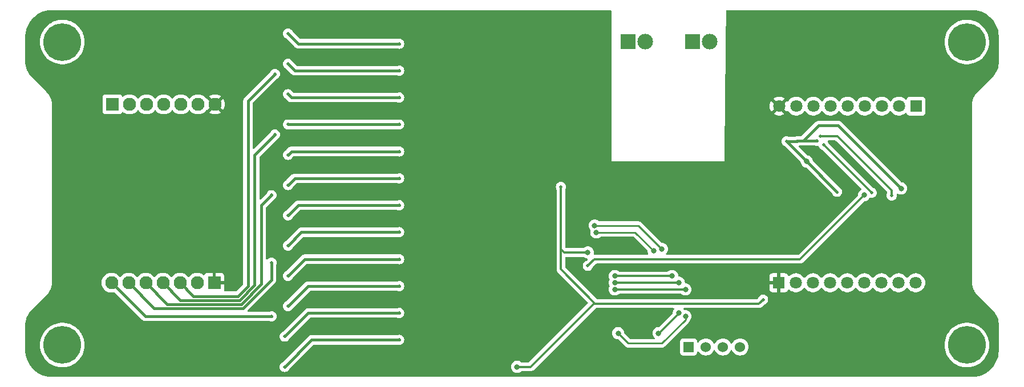
<source format=gbr>
%TF.GenerationSoftware,KiCad,Pcbnew,8.0.2*%
%TF.CreationDate,2024-06-17T09:50:20+02:00*%
%TF.ProjectId,BMS,424d532e-6b69-4636-9164-5f7063625858,rev?*%
%TF.SameCoordinates,Original*%
%TF.FileFunction,Copper,L2,Bot*%
%TF.FilePolarity,Positive*%
%FSLAX46Y46*%
G04 Gerber Fmt 4.6, Leading zero omitted, Abs format (unit mm)*
G04 Created by KiCad (PCBNEW 8.0.2) date 2024-06-17 09:50:20*
%MOMM*%
%LPD*%
G01*
G04 APERTURE LIST*
%TA.AperFunction,ComponentPad*%
%ADD10R,2.325000X2.325000*%
%TD*%
%TA.AperFunction,ComponentPad*%
%ADD11C,2.325000*%
%TD*%
%TA.AperFunction,ComponentPad*%
%ADD12C,5.600000*%
%TD*%
%TA.AperFunction,ComponentPad*%
%ADD13R,1.800000X1.800000*%
%TD*%
%TA.AperFunction,ComponentPad*%
%ADD14C,1.800000*%
%TD*%
%TA.AperFunction,ComponentPad*%
%ADD15R,1.950000X1.950000*%
%TD*%
%TA.AperFunction,ComponentPad*%
%ADD16C,1.950000*%
%TD*%
%TA.AperFunction,ComponentPad*%
%ADD17R,1.530000X1.530000*%
%TD*%
%TA.AperFunction,ComponentPad*%
%ADD18C,1.530000*%
%TD*%
%TA.AperFunction,ViaPad*%
%ADD19C,0.500000*%
%TD*%
%TA.AperFunction,ViaPad*%
%ADD20C,0.800000*%
%TD*%
%TA.AperFunction,Conductor*%
%ADD21C,0.400000*%
%TD*%
%TA.AperFunction,Conductor*%
%ADD22C,0.300000*%
%TD*%
%TA.AperFunction,Conductor*%
%ADD23C,0.250000*%
%TD*%
G04 APERTURE END LIST*
D10*
%TO.P,J3,1,Pin_1*%
%TO.N,Net-(J3-Pin_1)*%
X163000000Y-68155000D03*
D11*
%TO.P,J3,2,Pin_2*%
%TO.N,Net-(J3-Pin_2)*%
X165540000Y-68155000D03*
%TD*%
D12*
%TO.P,,1*%
%TO.N,N/C*%
X203750000Y-113250000D03*
%TD*%
%TO.P,,1*%
%TO.N,N/C*%
X69500000Y-113250000D03*
%TD*%
D13*
%TO.P,J5,1,Pin_1*%
%TO.N,/T16*%
X196200000Y-77775000D03*
D14*
%TO.P,J5,2,Pin_2*%
%TO.N,/T15*%
X193660000Y-77775000D03*
%TO.P,J5,3,Pin_3*%
%TO.N,/T14*%
X191120000Y-77775000D03*
%TO.P,J5,4,Pin_4*%
%TO.N,/T13*%
X188580000Y-77775000D03*
%TO.P,J5,5,Pin_5*%
%TO.N,/T12*%
X186040000Y-77775000D03*
%TO.P,J5,6,Pin_6*%
%TO.N,/T11*%
X183500000Y-77775000D03*
%TO.P,J5,7,Pin_7*%
%TO.N,/T10*%
X180960000Y-77775000D03*
%TO.P,J5,8,Pin_8*%
%TO.N,/T9*%
X178420000Y-77775000D03*
%TO.P,J5,9,Pin_9*%
%TO.N,-VDC*%
X175880000Y-77775000D03*
%TD*%
D13*
%TO.P,J4,1,Pin_1*%
%TO.N,-VDC*%
X175840000Y-104000000D03*
D14*
%TO.P,J4,2,Pin_2*%
%TO.N,/T8*%
X178380000Y-104000000D03*
%TO.P,J4,3,Pin_3*%
%TO.N,/T7*%
X180920000Y-104000000D03*
%TO.P,J4,4,Pin_4*%
%TO.N,/T6*%
X183460000Y-104000000D03*
%TO.P,J4,5,Pin_5*%
%TO.N,/T5*%
X186000000Y-104000000D03*
%TO.P,J4,6,Pin_6*%
%TO.N,/T4*%
X188540000Y-104000000D03*
%TO.P,J4,7,Pin_7*%
%TO.N,/T3*%
X191080000Y-104000000D03*
%TO.P,J4,8,Pin_8*%
%TO.N,/T2*%
X193620000Y-104000000D03*
%TO.P,J4,9,Pin_9*%
%TO.N,/T1*%
X196160000Y-104000000D03*
%TD*%
D15*
%TO.P,J6,1,Pin_1*%
%TO.N,/Cell 11*%
X76930000Y-77500000D03*
D16*
%TO.P,J6,2,Pin_2*%
%TO.N,/Cell 9*%
X79470000Y-77500000D03*
%TO.P,J6,3,Pin_3*%
%TO.N,/Cell 7*%
X82010000Y-77500000D03*
%TO.P,J6,4,Pin_4*%
%TO.N,/Cell 5*%
X84550000Y-77500000D03*
%TO.P,J6,5,Pin_5*%
%TO.N,/Cell 3*%
X87090000Y-77500000D03*
%TO.P,J6,6,Pin_6*%
%TO.N,/Cell 1*%
X89630000Y-77500000D03*
%TO.P,J6,7,Pin_7*%
%TO.N,-VDC*%
X92170000Y-77500000D03*
%TD*%
D10*
%TO.P,J1,1,Pin_1*%
%TO.N,Net-(J1-Pin_1)*%
X153460000Y-68155000D03*
D11*
%TO.P,J1,2,Pin_2*%
%TO.N,Net-(J1-Pin_2)*%
X156000000Y-68155000D03*
%TD*%
D12*
%TO.P,,1*%
%TO.N,N/C*%
X203750000Y-68250000D03*
%TD*%
D17*
%TO.P,J7,1,1*%
%TO.N,/MOSI*%
X162460000Y-113540000D03*
D18*
%TO.P,J7,2,2*%
%TO.N,/MISO*%
X165000000Y-113540000D03*
%TO.P,J7,3,3*%
%TO.N,Net-(S1-NC)*%
X167540000Y-113540000D03*
%TO.P,J7,4,4*%
%TO.N,Net-(S2-NC)*%
X170080000Y-113540000D03*
%TD*%
D12*
%TO.P,REF\u002A\u002A,1*%
%TO.N,N/C*%
X69500000Y-68250000D03*
%TD*%
D15*
%TO.P,J2,1,Pin_1*%
%TO.N,-VDC*%
X92050000Y-104000000D03*
D16*
%TO.P,J2,2,Pin_2*%
%TO.N,+BATT*%
X89510000Y-104000000D03*
%TO.P,J2,3,Pin_3*%
%TO.N,/Cell 10*%
X86970000Y-104000000D03*
%TO.P,J2,4,Pin_4*%
%TO.N,/Cell 8*%
X84430000Y-104000000D03*
%TO.P,J2,5,Pin_5*%
%TO.N,/Cell 6*%
X81890000Y-104000000D03*
%TO.P,J2,6,Pin_6*%
%TO.N,/Cell 4*%
X79350000Y-104000000D03*
%TO.P,J2,7,Pin_7*%
%TO.N,/Cell 2*%
X76810000Y-104000000D03*
%TD*%
D19*
%TO.N,+5V*%
X181500000Y-82925500D03*
D20*
X147500000Y-99500000D03*
D19*
X143500000Y-89750000D03*
D20*
X137000000Y-116500000D03*
D19*
X177000000Y-83000000D03*
D20*
X194000000Y-90000000D03*
D19*
X184500000Y-90500000D03*
D20*
X180000000Y-86000000D03*
D19*
X173500000Y-106500000D03*
%TO.N,-VDC*%
X117000000Y-114500000D03*
X130761019Y-69616484D03*
X149500000Y-82500000D03*
X152264059Y-101663253D03*
X153000000Y-109500000D03*
X166500000Y-88000000D03*
X99000000Y-71500000D03*
X140000000Y-76500000D03*
X163500000Y-96500000D03*
X133750000Y-65000000D03*
X187844425Y-81312811D03*
X117000000Y-90500000D03*
X100000000Y-106500000D03*
X117000000Y-66500000D03*
X178000000Y-74500000D03*
X100500000Y-96500000D03*
X185500000Y-100000000D03*
X176500000Y-99500000D03*
X156500000Y-109500000D03*
X138000000Y-108000000D03*
X117000000Y-78500000D03*
X157000000Y-95500000D03*
X89000000Y-67500000D03*
X117000000Y-102500000D03*
X195000000Y-88500000D03*
X167500000Y-105350000D03*
X142500000Y-108000000D03*
X153500000Y-97500000D03*
X152500000Y-88000000D03*
X174500000Y-92500000D03*
%TO.N,/VREF2*%
X147500000Y-101500000D03*
D20*
X188500000Y-91000000D03*
%TO.N,/SCL*%
X160000000Y-103000000D03*
D19*
X182000000Y-82225000D03*
X192602012Y-91057008D03*
D20*
X151500000Y-103000000D03*
D19*
%TO.N,/SDA*%
X189635627Y-90635627D03*
D20*
X161000000Y-104000000D03*
D19*
X182500000Y-83525000D03*
D20*
X151500000Y-104000000D03*
%TO.N,/Therm_ADC*%
X151500000Y-105000000D03*
X162000000Y-105000000D03*
%TO.N,/IMA*%
X162000000Y-109000000D03*
X152000000Y-111500000D03*
%TO.N,/IPA*%
X161000000Y-108500000D03*
X158000000Y-111500000D03*
%TO.N,/MOSI*%
X157250000Y-99250000D03*
X148750000Y-96525000D03*
D19*
%TO.N,/Cell 10*%
X101050000Y-73000000D03*
%TO.N,/Cell 8*%
X101050000Y-82000000D03*
%TO.N,/Cell 6*%
X100550000Y-91000000D03*
%TO.N,/Cell 4*%
X100550000Y-101000000D03*
%TO.N,/Cell 2*%
X100550000Y-109000000D03*
%TO.N,Net-(Q1-G)*%
X119500000Y-108500000D03*
X102500000Y-112000000D03*
%TO.N,Net-(Q2-G)*%
X119500000Y-104500000D03*
X103000000Y-107500000D03*
%TO.N,Net-(Q3-G)*%
X103000000Y-103000000D03*
X119500000Y-100500000D03*
%TO.N,Net-(Q4-G)*%
X119500000Y-96500000D03*
X103000000Y-98500000D03*
%TO.N,Net-(Q5-G)*%
X103000000Y-94000000D03*
X119500000Y-92500000D03*
%TO.N,Net-(Q6-G)*%
X119500000Y-88500000D03*
X103000000Y-89500000D03*
%TO.N,Net-(Q7-G)*%
X103000000Y-85000000D03*
X119500000Y-84500000D03*
%TO.N,Net-(Q8-G)*%
X103000000Y-80500000D03*
X119500000Y-80500000D03*
%TO.N,Net-(Q9-G)*%
X119500000Y-76500000D03*
X103000000Y-76000000D03*
%TO.N,Net-(Q10-G)*%
X103000000Y-71500000D03*
X119500000Y-72500000D03*
%TO.N,Net-(Q11-G)*%
X119500000Y-68500000D03*
X103000000Y-67000000D03*
%TO.N,Net-(Q12-G)*%
X119500000Y-112500000D03*
X102500000Y-116500000D03*
D20*
%TO.N,/MISO*%
X158500000Y-99000000D03*
X148512653Y-95512653D03*
%TD*%
D21*
%TO.N,+5V*%
X181762689Y-80662811D02*
X184662811Y-80662811D01*
D22*
X139000000Y-116500000D02*
X148400000Y-107100000D01*
X143500000Y-102000000D02*
X148600000Y-107100000D01*
D21*
X178574500Y-82925500D02*
X178500000Y-83000000D01*
D22*
X148400000Y-107100000D02*
X148600000Y-107100000D01*
X143500000Y-89750000D02*
X143500000Y-99000000D01*
D21*
X179750000Y-85750000D02*
X177000000Y-83000000D01*
D22*
X137000000Y-116500000D02*
X139000000Y-116500000D01*
D21*
X179500000Y-82925500D02*
X178574500Y-82925500D01*
D22*
X144000000Y-99500000D02*
X143500000Y-99000000D01*
X143500000Y-99000000D02*
X143500000Y-102000000D01*
D21*
X184500000Y-90500000D02*
X179750000Y-85750000D01*
D22*
X147500000Y-99500000D02*
X144000000Y-99500000D01*
D21*
X184662811Y-80662811D02*
X194000000Y-90000000D01*
X179500000Y-82925500D02*
X181762689Y-80662811D01*
X178500000Y-83000000D02*
X177000000Y-83000000D01*
D22*
X148600000Y-107100000D02*
X172900000Y-107100000D01*
X172900000Y-107100000D02*
X173500000Y-106500000D01*
D21*
X181500000Y-82925500D02*
X179500000Y-82925500D01*
D22*
%TO.N,/VREF2*%
X147500000Y-101499500D02*
X148499500Y-100500000D01*
X148499500Y-100500000D02*
X179000000Y-100500000D01*
X179000000Y-100500000D02*
X188500000Y-91000000D01*
%TO.N,/SCL*%
X151500000Y-103000000D02*
X160000000Y-103000000D01*
X182000000Y-82225000D02*
X184564592Y-82225000D01*
X184564592Y-82225000D02*
X192602012Y-90262420D01*
X192602012Y-90262420D02*
X192602012Y-91057008D01*
%TO.N,/SDA*%
X189610627Y-90635627D02*
X182500000Y-83525000D01*
X160500000Y-104000000D02*
X161000000Y-104000000D01*
X189635627Y-90635627D02*
X189610627Y-90635627D01*
X151500000Y-104000000D02*
X160500000Y-104000000D01*
%TO.N,/Therm_ADC*%
X151500000Y-105000000D02*
X162000000Y-105000000D01*
D23*
%TO.N,/IMA*%
X153500000Y-113000000D02*
X158500000Y-113000000D01*
X162000000Y-109500000D02*
X162000000Y-109000000D01*
X152000000Y-111500000D02*
X153500000Y-113000000D01*
X158500000Y-113000000D02*
X162000000Y-109500000D01*
%TO.N,/IPA*%
X158000000Y-111500000D02*
X161000000Y-108500000D01*
%TO.N,/MOSI*%
X154525000Y-96525000D02*
X148750000Y-96525000D01*
X157250000Y-99250000D02*
X154525000Y-96525000D01*
D21*
%TO.N,/Cell 10*%
X101050000Y-73000000D02*
X97050000Y-77000000D01*
X88970000Y-106000000D02*
X86970000Y-104000000D01*
X97050000Y-77000000D02*
X97050000Y-104500000D01*
X95550000Y-106000000D02*
X88970000Y-106000000D01*
X97050000Y-104500000D02*
X95550000Y-106000000D01*
%TO.N,/Cell 8*%
X98050000Y-85000000D02*
X98050000Y-104348528D01*
X98050000Y-104348528D02*
X95798528Y-106600000D01*
X87030000Y-106600000D02*
X84430000Y-104000000D01*
X101050000Y-82000000D02*
X98050000Y-85000000D01*
X95798528Y-106600000D02*
X87030000Y-106600000D01*
%TO.N,/Cell 6*%
X96047056Y-107200000D02*
X85090000Y-107200000D01*
X100550000Y-91000000D02*
X99050000Y-92500000D01*
X99050000Y-104197056D02*
X96047056Y-107200000D01*
X99050000Y-92500000D02*
X99050000Y-104197056D01*
X85090000Y-107200000D02*
X81890000Y-104000000D01*
%TO.N,/Cell 4*%
X100550000Y-103545584D02*
X96295584Y-107800000D01*
X100550000Y-101000000D02*
X100550000Y-103545584D01*
X96295584Y-107800000D02*
X83150000Y-107800000D01*
X83150000Y-107800000D02*
X79350000Y-104000000D01*
%TO.N,/Cell 2*%
X100550000Y-109000000D02*
X81810000Y-109000000D01*
X81810000Y-109000000D02*
X76810000Y-104000000D01*
%TO.N,Net-(Q1-G)*%
X106000000Y-108500000D02*
X102500000Y-112000000D01*
X119500000Y-108500000D02*
X106000000Y-108500000D01*
%TO.N,Net-(Q2-G)*%
X106000000Y-104500000D02*
X103000000Y-107500000D01*
X119500000Y-104500000D02*
X106000000Y-104500000D01*
%TO.N,Net-(Q3-G)*%
X105500000Y-100500000D02*
X103000000Y-103000000D01*
X119500000Y-100500000D02*
X105500000Y-100500000D01*
%TO.N,Net-(Q4-G)*%
X105000000Y-96500000D02*
X103000000Y-98500000D01*
X119500000Y-96500000D02*
X105000000Y-96500000D01*
%TO.N,Net-(Q5-G)*%
X104500000Y-92500000D02*
X103000000Y-94000000D01*
X119500000Y-92500000D02*
X104500000Y-92500000D01*
%TO.N,Net-(Q6-G)*%
X104000000Y-88500000D02*
X103000000Y-89500000D01*
X119500000Y-88500000D02*
X104000000Y-88500000D01*
%TO.N,Net-(Q7-G)*%
X103500000Y-84500000D02*
X103000000Y-85000000D01*
X119500000Y-84500000D02*
X103500000Y-84500000D01*
%TO.N,Net-(Q8-G)*%
X119500000Y-80500000D02*
X103000000Y-80500000D01*
%TO.N,Net-(Q9-G)*%
X103500000Y-76500000D02*
X103000000Y-76000000D01*
X119500000Y-76500000D02*
X103500000Y-76500000D01*
%TO.N,Net-(Q10-G)*%
X104000000Y-72500000D02*
X103000000Y-71500000D01*
X119500000Y-72500000D02*
X104000000Y-72500000D01*
%TO.N,Net-(Q11-G)*%
X104500000Y-68500000D02*
X103000000Y-67000000D01*
X119500000Y-68500000D02*
X104500000Y-68500000D01*
%TO.N,Net-(Q12-G)*%
X106500000Y-112500000D02*
X102500000Y-116500000D01*
X119500000Y-112500000D02*
X106500000Y-112500000D01*
D23*
%TO.N,/MISO*%
X155012653Y-95512653D02*
X148512653Y-95512653D01*
X158500000Y-99000000D02*
X155012653Y-95512653D01*
%TD*%
%TA.AperFunction,Conductor*%
%TO.N,-VDC*%
G36*
X150943039Y-63519685D02*
G01*
X150988794Y-63572489D01*
X151000000Y-63624000D01*
X151000000Y-86000000D01*
X167750000Y-86000000D01*
X167775446Y-83709882D01*
X167841389Y-77774994D01*
X174475202Y-77774994D01*
X174475202Y-77775005D01*
X174494361Y-78006218D01*
X174551317Y-78231135D01*
X174644515Y-78443606D01*
X174728812Y-78572633D01*
X175315387Y-77986058D01*
X175320889Y-78006591D01*
X175399881Y-78143408D01*
X175511592Y-78255119D01*
X175648409Y-78334111D01*
X175668940Y-78339612D01*
X175081201Y-78927351D01*
X175111649Y-78951050D01*
X175315697Y-79061476D01*
X175315706Y-79061479D01*
X175535139Y-79136811D01*
X175763993Y-79175000D01*
X175996007Y-79175000D01*
X176224860Y-79136811D01*
X176444293Y-79061479D01*
X176444301Y-79061476D01*
X176648355Y-78951047D01*
X176678797Y-78927351D01*
X176678798Y-78927350D01*
X176091060Y-78339612D01*
X176111591Y-78334111D01*
X176248408Y-78255119D01*
X176360119Y-78143408D01*
X176439111Y-78006591D01*
X176444612Y-77986059D01*
X177031185Y-78572632D01*
X177045891Y-78550125D01*
X177099037Y-78504768D01*
X177168268Y-78495344D01*
X177231604Y-78524846D01*
X177253508Y-78550123D01*
X177311021Y-78638153D01*
X177468216Y-78808913D01*
X177468219Y-78808915D01*
X177468222Y-78808918D01*
X177651365Y-78951464D01*
X177651371Y-78951468D01*
X177651374Y-78951470D01*
X177801185Y-79032544D01*
X177854652Y-79061479D01*
X177855497Y-79061936D01*
X177969487Y-79101068D01*
X178075015Y-79137297D01*
X178075017Y-79137297D01*
X178075019Y-79137298D01*
X178303951Y-79175500D01*
X178303952Y-79175500D01*
X178536048Y-79175500D01*
X178536049Y-79175500D01*
X178764981Y-79137298D01*
X178984503Y-79061936D01*
X179188626Y-78951470D01*
X179189170Y-78951047D01*
X179311471Y-78855856D01*
X179371784Y-78808913D01*
X179528979Y-78638153D01*
X179586191Y-78550582D01*
X179639337Y-78505226D01*
X179708568Y-78495802D01*
X179771904Y-78525304D01*
X179793809Y-78550583D01*
X179851016Y-78638147D01*
X179851018Y-78638149D01*
X179851021Y-78638153D01*
X180008216Y-78808913D01*
X180008219Y-78808915D01*
X180008222Y-78808918D01*
X180191365Y-78951464D01*
X180191371Y-78951468D01*
X180191374Y-78951470D01*
X180341185Y-79032544D01*
X180394652Y-79061479D01*
X180395497Y-79061936D01*
X180509487Y-79101068D01*
X180615015Y-79137297D01*
X180615017Y-79137297D01*
X180615019Y-79137298D01*
X180843951Y-79175500D01*
X180843952Y-79175500D01*
X181076048Y-79175500D01*
X181076049Y-79175500D01*
X181304981Y-79137298D01*
X181524503Y-79061936D01*
X181728626Y-78951470D01*
X181729170Y-78951047D01*
X181851471Y-78855856D01*
X181911784Y-78808913D01*
X182068979Y-78638153D01*
X182126191Y-78550582D01*
X182179337Y-78505226D01*
X182248568Y-78495802D01*
X182311904Y-78525304D01*
X182333809Y-78550583D01*
X182391016Y-78638147D01*
X182391018Y-78638149D01*
X182391021Y-78638153D01*
X182548216Y-78808913D01*
X182548219Y-78808915D01*
X182548222Y-78808918D01*
X182731365Y-78951464D01*
X182731371Y-78951468D01*
X182731374Y-78951470D01*
X182881185Y-79032544D01*
X182934652Y-79061479D01*
X182935497Y-79061936D01*
X183049487Y-79101068D01*
X183155015Y-79137297D01*
X183155017Y-79137297D01*
X183155019Y-79137298D01*
X183383951Y-79175500D01*
X183383952Y-79175500D01*
X183616048Y-79175500D01*
X183616049Y-79175500D01*
X183844981Y-79137298D01*
X184064503Y-79061936D01*
X184268626Y-78951470D01*
X184269170Y-78951047D01*
X184391471Y-78855856D01*
X184451784Y-78808913D01*
X184608979Y-78638153D01*
X184666191Y-78550582D01*
X184719337Y-78505226D01*
X184788568Y-78495802D01*
X184851904Y-78525304D01*
X184873809Y-78550583D01*
X184931016Y-78638147D01*
X184931018Y-78638149D01*
X184931021Y-78638153D01*
X185088216Y-78808913D01*
X185088219Y-78808915D01*
X185088222Y-78808918D01*
X185271365Y-78951464D01*
X185271371Y-78951468D01*
X185271374Y-78951470D01*
X185421185Y-79032544D01*
X185474652Y-79061479D01*
X185475497Y-79061936D01*
X185589487Y-79101068D01*
X185695015Y-79137297D01*
X185695017Y-79137297D01*
X185695019Y-79137298D01*
X185923951Y-79175500D01*
X185923952Y-79175500D01*
X186156048Y-79175500D01*
X186156049Y-79175500D01*
X186384981Y-79137298D01*
X186604503Y-79061936D01*
X186808626Y-78951470D01*
X186809170Y-78951047D01*
X186931471Y-78855856D01*
X186991784Y-78808913D01*
X187148979Y-78638153D01*
X187206191Y-78550582D01*
X187259337Y-78505226D01*
X187328568Y-78495802D01*
X187391904Y-78525304D01*
X187413809Y-78550583D01*
X187471016Y-78638147D01*
X187471018Y-78638149D01*
X187471021Y-78638153D01*
X187628216Y-78808913D01*
X187628219Y-78808915D01*
X187628222Y-78808918D01*
X187811365Y-78951464D01*
X187811371Y-78951468D01*
X187811374Y-78951470D01*
X187961185Y-79032544D01*
X188014652Y-79061479D01*
X188015497Y-79061936D01*
X188129487Y-79101068D01*
X188235015Y-79137297D01*
X188235017Y-79137297D01*
X188235019Y-79137298D01*
X188463951Y-79175500D01*
X188463952Y-79175500D01*
X188696048Y-79175500D01*
X188696049Y-79175500D01*
X188924981Y-79137298D01*
X189144503Y-79061936D01*
X189348626Y-78951470D01*
X189349170Y-78951047D01*
X189471471Y-78855856D01*
X189531784Y-78808913D01*
X189688979Y-78638153D01*
X189746191Y-78550582D01*
X189799337Y-78505226D01*
X189868568Y-78495802D01*
X189931904Y-78525304D01*
X189953809Y-78550583D01*
X190011016Y-78638147D01*
X190011018Y-78638149D01*
X190011021Y-78638153D01*
X190168216Y-78808913D01*
X190168219Y-78808915D01*
X190168222Y-78808918D01*
X190351365Y-78951464D01*
X190351371Y-78951468D01*
X190351374Y-78951470D01*
X190501185Y-79032544D01*
X190554652Y-79061479D01*
X190555497Y-79061936D01*
X190669487Y-79101068D01*
X190775015Y-79137297D01*
X190775017Y-79137297D01*
X190775019Y-79137298D01*
X191003951Y-79175500D01*
X191003952Y-79175500D01*
X191236048Y-79175500D01*
X191236049Y-79175500D01*
X191464981Y-79137298D01*
X191684503Y-79061936D01*
X191888626Y-78951470D01*
X191889170Y-78951047D01*
X192011471Y-78855856D01*
X192071784Y-78808913D01*
X192228979Y-78638153D01*
X192286191Y-78550582D01*
X192339337Y-78505226D01*
X192408568Y-78495802D01*
X192471904Y-78525304D01*
X192493809Y-78550583D01*
X192551016Y-78638147D01*
X192551018Y-78638149D01*
X192551021Y-78638153D01*
X192708216Y-78808913D01*
X192708219Y-78808915D01*
X192708222Y-78808918D01*
X192891365Y-78951464D01*
X192891371Y-78951468D01*
X192891374Y-78951470D01*
X193041185Y-79032544D01*
X193094652Y-79061479D01*
X193095497Y-79061936D01*
X193209487Y-79101068D01*
X193315015Y-79137297D01*
X193315017Y-79137297D01*
X193315019Y-79137298D01*
X193543951Y-79175500D01*
X193543952Y-79175500D01*
X193776048Y-79175500D01*
X193776049Y-79175500D01*
X194004981Y-79137298D01*
X194224503Y-79061936D01*
X194428626Y-78951470D01*
X194429170Y-78951047D01*
X194551471Y-78855856D01*
X194611784Y-78808913D01*
X194620130Y-78799846D01*
X194680010Y-78763854D01*
X194749849Y-78765949D01*
X194807468Y-78805469D01*
X194827544Y-78840491D01*
X194856203Y-78917330D01*
X194856206Y-78917335D01*
X194942452Y-79032544D01*
X194942455Y-79032547D01*
X195057664Y-79118793D01*
X195057671Y-79118797D01*
X195192517Y-79169091D01*
X195192516Y-79169091D01*
X195199444Y-79169835D01*
X195252127Y-79175500D01*
X197147872Y-79175499D01*
X197207483Y-79169091D01*
X197342331Y-79118796D01*
X197457546Y-79032546D01*
X197543796Y-78917331D01*
X197594091Y-78782483D01*
X197600500Y-78722873D01*
X197600499Y-76827128D01*
X197594091Y-76767517D01*
X197584233Y-76741087D01*
X197543797Y-76632671D01*
X197543793Y-76632664D01*
X197457547Y-76517455D01*
X197457544Y-76517452D01*
X197342335Y-76431206D01*
X197342328Y-76431202D01*
X197207482Y-76380908D01*
X197207483Y-76380908D01*
X197147883Y-76374501D01*
X197147881Y-76374500D01*
X197147873Y-76374500D01*
X197147864Y-76374500D01*
X195252129Y-76374500D01*
X195252123Y-76374501D01*
X195192516Y-76380908D01*
X195057671Y-76431202D01*
X195057664Y-76431206D01*
X194942455Y-76517452D01*
X194942452Y-76517455D01*
X194856206Y-76632664D01*
X194856203Y-76632670D01*
X194827544Y-76709508D01*
X194785672Y-76765441D01*
X194720208Y-76789858D01*
X194651935Y-76775006D01*
X194620135Y-76750158D01*
X194611784Y-76741087D01*
X194611778Y-76741082D01*
X194611777Y-76741081D01*
X194428634Y-76598535D01*
X194428628Y-76598531D01*
X194224504Y-76488064D01*
X194224495Y-76488061D01*
X194004984Y-76412702D01*
X193814450Y-76380908D01*
X193776049Y-76374500D01*
X193543951Y-76374500D01*
X193505550Y-76380908D01*
X193315015Y-76412702D01*
X193095504Y-76488061D01*
X193095495Y-76488064D01*
X192891371Y-76598531D01*
X192891365Y-76598535D01*
X192708222Y-76741081D01*
X192708219Y-76741084D01*
X192708216Y-76741086D01*
X192708216Y-76741087D01*
X192663319Y-76789858D01*
X192551016Y-76911852D01*
X192493809Y-76999416D01*
X192440662Y-77044773D01*
X192371431Y-77054197D01*
X192308095Y-77024695D01*
X192286191Y-76999416D01*
X192228983Y-76911852D01*
X192228980Y-76911849D01*
X192228979Y-76911847D01*
X192071784Y-76741087D01*
X192071779Y-76741083D01*
X192071777Y-76741081D01*
X191888634Y-76598535D01*
X191888628Y-76598531D01*
X191684504Y-76488064D01*
X191684495Y-76488061D01*
X191464984Y-76412702D01*
X191274450Y-76380908D01*
X191236049Y-76374500D01*
X191003951Y-76374500D01*
X190965550Y-76380908D01*
X190775015Y-76412702D01*
X190555504Y-76488061D01*
X190555495Y-76488064D01*
X190351371Y-76598531D01*
X190351365Y-76598535D01*
X190168222Y-76741081D01*
X190168219Y-76741084D01*
X190168216Y-76741086D01*
X190168216Y-76741087D01*
X190123319Y-76789858D01*
X190011016Y-76911852D01*
X189953809Y-76999416D01*
X189900662Y-77044773D01*
X189831431Y-77054197D01*
X189768095Y-77024695D01*
X189746191Y-76999416D01*
X189688983Y-76911852D01*
X189688980Y-76911849D01*
X189688979Y-76911847D01*
X189531784Y-76741087D01*
X189531779Y-76741083D01*
X189531777Y-76741081D01*
X189348634Y-76598535D01*
X189348628Y-76598531D01*
X189144504Y-76488064D01*
X189144495Y-76488061D01*
X188924984Y-76412702D01*
X188734450Y-76380908D01*
X188696049Y-76374500D01*
X188463951Y-76374500D01*
X188425550Y-76380908D01*
X188235015Y-76412702D01*
X188015504Y-76488061D01*
X188015495Y-76488064D01*
X187811371Y-76598531D01*
X187811365Y-76598535D01*
X187628222Y-76741081D01*
X187628219Y-76741084D01*
X187628216Y-76741086D01*
X187628216Y-76741087D01*
X187583319Y-76789858D01*
X187471016Y-76911852D01*
X187413809Y-76999416D01*
X187360662Y-77044773D01*
X187291431Y-77054197D01*
X187228095Y-77024695D01*
X187206191Y-76999416D01*
X187148983Y-76911852D01*
X187148980Y-76911849D01*
X187148979Y-76911847D01*
X186991784Y-76741087D01*
X186991779Y-76741083D01*
X186991777Y-76741081D01*
X186808634Y-76598535D01*
X186808628Y-76598531D01*
X186604504Y-76488064D01*
X186604495Y-76488061D01*
X186384984Y-76412702D01*
X186194450Y-76380908D01*
X186156049Y-76374500D01*
X185923951Y-76374500D01*
X185885550Y-76380908D01*
X185695015Y-76412702D01*
X185475504Y-76488061D01*
X185475495Y-76488064D01*
X185271371Y-76598531D01*
X185271365Y-76598535D01*
X185088222Y-76741081D01*
X185088219Y-76741084D01*
X185088216Y-76741086D01*
X185088216Y-76741087D01*
X185043319Y-76789858D01*
X184931016Y-76911852D01*
X184873809Y-76999416D01*
X184820662Y-77044773D01*
X184751431Y-77054197D01*
X184688095Y-77024695D01*
X184666191Y-76999416D01*
X184608983Y-76911852D01*
X184608980Y-76911849D01*
X184608979Y-76911847D01*
X184451784Y-76741087D01*
X184451779Y-76741083D01*
X184451777Y-76741081D01*
X184268634Y-76598535D01*
X184268628Y-76598531D01*
X184064504Y-76488064D01*
X184064495Y-76488061D01*
X183844984Y-76412702D01*
X183654450Y-76380908D01*
X183616049Y-76374500D01*
X183383951Y-76374500D01*
X183345550Y-76380908D01*
X183155015Y-76412702D01*
X182935504Y-76488061D01*
X182935495Y-76488064D01*
X182731371Y-76598531D01*
X182731365Y-76598535D01*
X182548222Y-76741081D01*
X182548219Y-76741084D01*
X182548216Y-76741086D01*
X182548216Y-76741087D01*
X182503319Y-76789858D01*
X182391016Y-76911852D01*
X182333809Y-76999416D01*
X182280662Y-77044773D01*
X182211431Y-77054197D01*
X182148095Y-77024695D01*
X182126191Y-76999416D01*
X182068983Y-76911852D01*
X182068980Y-76911849D01*
X182068979Y-76911847D01*
X181911784Y-76741087D01*
X181911779Y-76741083D01*
X181911777Y-76741081D01*
X181728634Y-76598535D01*
X181728628Y-76598531D01*
X181524504Y-76488064D01*
X181524495Y-76488061D01*
X181304984Y-76412702D01*
X181114450Y-76380908D01*
X181076049Y-76374500D01*
X180843951Y-76374500D01*
X180805550Y-76380908D01*
X180615015Y-76412702D01*
X180395504Y-76488061D01*
X180395495Y-76488064D01*
X180191371Y-76598531D01*
X180191365Y-76598535D01*
X180008222Y-76741081D01*
X180008219Y-76741084D01*
X180008216Y-76741086D01*
X180008216Y-76741087D01*
X179963319Y-76789858D01*
X179851016Y-76911852D01*
X179793809Y-76999416D01*
X179740662Y-77044773D01*
X179671431Y-77054197D01*
X179608095Y-77024695D01*
X179586191Y-76999416D01*
X179528983Y-76911852D01*
X179528980Y-76911849D01*
X179528979Y-76911847D01*
X179371784Y-76741087D01*
X179371779Y-76741083D01*
X179371777Y-76741081D01*
X179188634Y-76598535D01*
X179188628Y-76598531D01*
X178984504Y-76488064D01*
X178984495Y-76488061D01*
X178764984Y-76412702D01*
X178574450Y-76380908D01*
X178536049Y-76374500D01*
X178303951Y-76374500D01*
X178265550Y-76380908D01*
X178075015Y-76412702D01*
X177855504Y-76488061D01*
X177855495Y-76488064D01*
X177651371Y-76598531D01*
X177651365Y-76598535D01*
X177468222Y-76741081D01*
X177468219Y-76741084D01*
X177468216Y-76741086D01*
X177468216Y-76741087D01*
X177344961Y-76874979D01*
X177311015Y-76911854D01*
X177253509Y-76999874D01*
X177200363Y-77045230D01*
X177131132Y-77054654D01*
X177067796Y-77025152D01*
X177045892Y-76999874D01*
X177031186Y-76977365D01*
X176444612Y-77563939D01*
X176439111Y-77543409D01*
X176360119Y-77406592D01*
X176248408Y-77294881D01*
X176111591Y-77215889D01*
X176091058Y-77210387D01*
X176678797Y-76622647D01*
X176678797Y-76622645D01*
X176648360Y-76598955D01*
X176648354Y-76598951D01*
X176444302Y-76488523D01*
X176444293Y-76488520D01*
X176224860Y-76413188D01*
X175996007Y-76375000D01*
X175763993Y-76375000D01*
X175535139Y-76413188D01*
X175315706Y-76488520D01*
X175315697Y-76488523D01*
X175111650Y-76598949D01*
X175081200Y-76622647D01*
X175668941Y-77210387D01*
X175648409Y-77215889D01*
X175511592Y-77294881D01*
X175399881Y-77406592D01*
X175320889Y-77543409D01*
X175315387Y-77563941D01*
X174728811Y-76977365D01*
X174644516Y-77106390D01*
X174551317Y-77318864D01*
X174494361Y-77543781D01*
X174475202Y-77774994D01*
X167841389Y-77774994D01*
X167947223Y-68249997D01*
X200444652Y-68249997D01*
X200444652Y-68250002D01*
X200464028Y-68607368D01*
X200464029Y-68607385D01*
X200521926Y-68960539D01*
X200521932Y-68960565D01*
X200617672Y-69305392D01*
X200617674Y-69305399D01*
X200750142Y-69637870D01*
X200750151Y-69637888D01*
X200917784Y-69954077D01*
X200917790Y-69954086D01*
X201118634Y-70250309D01*
X201118641Y-70250319D01*
X201350331Y-70523085D01*
X201350332Y-70523086D01*
X201610163Y-70769211D01*
X201895081Y-70985800D01*
X202201747Y-71170315D01*
X202201749Y-71170316D01*
X202201751Y-71170317D01*
X202201755Y-71170319D01*
X202388036Y-71256501D01*
X202526565Y-71320591D01*
X202865726Y-71434868D01*
X203215254Y-71511805D01*
X203571052Y-71550500D01*
X203571058Y-71550500D01*
X203928942Y-71550500D01*
X203928948Y-71550500D01*
X204284746Y-71511805D01*
X204634274Y-71434868D01*
X204973435Y-71320591D01*
X205298253Y-71170315D01*
X205604919Y-70985800D01*
X205889837Y-70769211D01*
X206149668Y-70523086D01*
X206381365Y-70250311D01*
X206582211Y-69954085D01*
X206749853Y-69637880D01*
X206882324Y-69305403D01*
X206978071Y-68960552D01*
X207035972Y-68607371D01*
X207055348Y-68250000D01*
X207035972Y-67892629D01*
X207023990Y-67819544D01*
X206978073Y-67539460D01*
X206978072Y-67539459D01*
X206978071Y-67539448D01*
X206914066Y-67308922D01*
X206882327Y-67194607D01*
X206882325Y-67194600D01*
X206749857Y-66862129D01*
X206749848Y-66862111D01*
X206582215Y-66545922D01*
X206582213Y-66545919D01*
X206582211Y-66545915D01*
X206381365Y-66249689D01*
X206381361Y-66249684D01*
X206381358Y-66249680D01*
X206149668Y-65976914D01*
X205889837Y-65730789D01*
X205889830Y-65730783D01*
X205889827Y-65730781D01*
X205822245Y-65679407D01*
X205604919Y-65514200D01*
X205298253Y-65329685D01*
X205298252Y-65329684D01*
X205298248Y-65329682D01*
X205298244Y-65329680D01*
X204973447Y-65179414D01*
X204973441Y-65179411D01*
X204973435Y-65179409D01*
X204770595Y-65111064D01*
X204634273Y-65065131D01*
X204284744Y-64988194D01*
X203928949Y-64949500D01*
X203928948Y-64949500D01*
X203571052Y-64949500D01*
X203571050Y-64949500D01*
X203215255Y-64988194D01*
X202865726Y-65065131D01*
X202609970Y-65151306D01*
X202526565Y-65179409D01*
X202526563Y-65179410D01*
X202526552Y-65179414D01*
X202201755Y-65329680D01*
X202201751Y-65329682D01*
X202005591Y-65447708D01*
X201895081Y-65514200D01*
X201806768Y-65581333D01*
X201610172Y-65730781D01*
X201610163Y-65730789D01*
X201350331Y-65976914D01*
X201118641Y-66249680D01*
X201118634Y-66249690D01*
X200917790Y-66545913D01*
X200917784Y-66545922D01*
X200750151Y-66862111D01*
X200750142Y-66862129D01*
X200617674Y-67194600D01*
X200617672Y-67194607D01*
X200521932Y-67539434D01*
X200521926Y-67539460D01*
X200464029Y-67892614D01*
X200464028Y-67892631D01*
X200444652Y-68249997D01*
X167947223Y-68249997D01*
X167998638Y-63622622D01*
X168019066Y-63555806D01*
X168072375Y-63510640D01*
X168122630Y-63500000D01*
X204499213Y-63500000D01*
X204500733Y-63500008D01*
X204691077Y-63502343D01*
X204701681Y-63502930D01*
X205081224Y-63540312D01*
X205093249Y-63542096D01*
X205466527Y-63616345D01*
X205478329Y-63619301D01*
X205842544Y-63729785D01*
X205854002Y-63733885D01*
X206205627Y-63879532D01*
X206216626Y-63884734D01*
X206552282Y-64064147D01*
X206562713Y-64070399D01*
X206879169Y-64281849D01*
X206888942Y-64289097D01*
X207183148Y-64530544D01*
X207192165Y-64538717D01*
X207461282Y-64807834D01*
X207469455Y-64816851D01*
X207710902Y-65111057D01*
X207718150Y-65120830D01*
X207929600Y-65437286D01*
X207935856Y-65447724D01*
X208115264Y-65783372D01*
X208120467Y-65794372D01*
X208266114Y-66145997D01*
X208270214Y-66157455D01*
X208380698Y-66521670D01*
X208383654Y-66533474D01*
X208457902Y-66906744D01*
X208459688Y-66918781D01*
X208497068Y-67298304D01*
X208497656Y-67308937D01*
X208499991Y-67499266D01*
X208500000Y-67500787D01*
X208500000Y-71256501D01*
X208499989Y-71258174D01*
X208497811Y-71419591D01*
X208497042Y-71431801D01*
X208460813Y-71753364D01*
X208458484Y-71767074D01*
X208386658Y-72081757D01*
X208382808Y-72095119D01*
X208276205Y-72399767D01*
X208270883Y-72412616D01*
X208130830Y-72703425D01*
X208124103Y-72715595D01*
X207952380Y-72988877D01*
X207944333Y-73000219D01*
X207742549Y-73253233D01*
X207734473Y-73262394D01*
X207621861Y-73378122D01*
X207620673Y-73379326D01*
X205378712Y-75621286D01*
X205261239Y-75741968D01*
X205051302Y-76005204D01*
X204872162Y-76290289D01*
X204872162Y-76290290D01*
X204727596Y-76590476D01*
X204726066Y-76593652D01*
X204614859Y-76911453D01*
X204539937Y-77239711D01*
X204539937Y-77239712D01*
X204502243Y-77574270D01*
X204502242Y-77574287D01*
X204502242Y-77574291D01*
X204500000Y-77742641D01*
X204500000Y-103757359D01*
X204500734Y-103811740D01*
X204502271Y-103925712D01*
X204502272Y-103925728D01*
X204539963Y-104260280D01*
X204539967Y-104260307D01*
X204614880Y-104588539D01*
X204614885Y-104588554D01*
X204726082Y-104906351D01*
X204726083Y-104906353D01*
X204726084Y-104906355D01*
X204872169Y-105209712D01*
X204905765Y-105263181D01*
X205039169Y-105475500D01*
X205051300Y-105494806D01*
X205261226Y-105758050D01*
X205378679Y-105878679D01*
X205378701Y-105878701D01*
X207620690Y-108120690D01*
X207621867Y-108121882D01*
X207734481Y-108237580D01*
X207742571Y-108246757D01*
X207944332Y-108499763D01*
X207952378Y-108511104D01*
X208124102Y-108784407D01*
X208130827Y-108796574D01*
X208147859Y-108831943D01*
X208270868Y-109087382D01*
X208276189Y-109100229D01*
X208382790Y-109404888D01*
X208386639Y-109418250D01*
X208458457Y-109732924D01*
X208460786Y-109746633D01*
X208497016Y-110068217D01*
X208497784Y-110080405D01*
X208499988Y-110241761D01*
X208500000Y-110243455D01*
X208500000Y-113999212D01*
X208499991Y-114000733D01*
X208497656Y-114191062D01*
X208497068Y-114201695D01*
X208459688Y-114581218D01*
X208457902Y-114593255D01*
X208383654Y-114966525D01*
X208380698Y-114978329D01*
X208270214Y-115342544D01*
X208266114Y-115354002D01*
X208120467Y-115705627D01*
X208115264Y-115716627D01*
X207935856Y-116052275D01*
X207929600Y-116062713D01*
X207718150Y-116379169D01*
X207710902Y-116388942D01*
X207469455Y-116683148D01*
X207461282Y-116692165D01*
X207192165Y-116961282D01*
X207183148Y-116969455D01*
X206888942Y-117210902D01*
X206879169Y-117218150D01*
X206562713Y-117429600D01*
X206552275Y-117435856D01*
X206216627Y-117615264D01*
X206205627Y-117620467D01*
X205854002Y-117766114D01*
X205842544Y-117770214D01*
X205478329Y-117880698D01*
X205466525Y-117883654D01*
X205093255Y-117957902D01*
X205081218Y-117959688D01*
X204701695Y-117997068D01*
X204691062Y-117997656D01*
X204500734Y-117999991D01*
X204499213Y-118000000D01*
X68000787Y-118000000D01*
X67999266Y-117999991D01*
X67808937Y-117997656D01*
X67798304Y-117997068D01*
X67418781Y-117959688D01*
X67406744Y-117957902D01*
X67033474Y-117883654D01*
X67021670Y-117880698D01*
X66657455Y-117770214D01*
X66645997Y-117766114D01*
X66294372Y-117620467D01*
X66283372Y-117615264D01*
X65947724Y-117435856D01*
X65937286Y-117429600D01*
X65620830Y-117218150D01*
X65611057Y-117210902D01*
X65316851Y-116969455D01*
X65307834Y-116961282D01*
X65038717Y-116692165D01*
X65030544Y-116683148D01*
X65018158Y-116668056D01*
X64789097Y-116388942D01*
X64781849Y-116379169D01*
X64570399Y-116062713D01*
X64564143Y-116052275D01*
X64551760Y-116029109D01*
X64384734Y-115716626D01*
X64379532Y-115705627D01*
X64233885Y-115354002D01*
X64229785Y-115342544D01*
X64119301Y-114978329D01*
X64116345Y-114966525D01*
X64084315Y-114805498D01*
X64042096Y-114593249D01*
X64040311Y-114581218D01*
X64018184Y-114356558D01*
X64002930Y-114201681D01*
X64002343Y-114191075D01*
X64000009Y-114000732D01*
X64000000Y-113999212D01*
X64000000Y-113249997D01*
X66194652Y-113249997D01*
X66194652Y-113250002D01*
X66198415Y-113319407D01*
X66209295Y-113520084D01*
X66214028Y-113607368D01*
X66214029Y-113607385D01*
X66271926Y-113960539D01*
X66271932Y-113960565D01*
X66367672Y-114305392D01*
X66367674Y-114305399D01*
X66500142Y-114637870D01*
X66500151Y-114637888D01*
X66667784Y-114954077D01*
X66667790Y-114954086D01*
X66868634Y-115250309D01*
X66868641Y-115250319D01*
X67100331Y-115523085D01*
X67100332Y-115523086D01*
X67360163Y-115769211D01*
X67645081Y-115985800D01*
X67951747Y-116170315D01*
X67951749Y-116170316D01*
X67951751Y-116170317D01*
X67951755Y-116170319D01*
X67956048Y-116172305D01*
X68276565Y-116320591D01*
X68615726Y-116434868D01*
X68965254Y-116511805D01*
X69321052Y-116550500D01*
X69321058Y-116550500D01*
X69678942Y-116550500D01*
X69678948Y-116550500D01*
X70034746Y-116511805D01*
X70088390Y-116499997D01*
X101744751Y-116499997D01*
X101744751Y-116500002D01*
X101763685Y-116668056D01*
X101819545Y-116827694D01*
X101819547Y-116827697D01*
X101909518Y-116970884D01*
X101909523Y-116970890D01*
X102029109Y-117090476D01*
X102029115Y-117090481D01*
X102172302Y-117180452D01*
X102172305Y-117180454D01*
X102172309Y-117180455D01*
X102172310Y-117180456D01*
X102244913Y-117205860D01*
X102331943Y-117236314D01*
X102499997Y-117255249D01*
X102500000Y-117255249D01*
X102500003Y-117255249D01*
X102668056Y-117236314D01*
X102668059Y-117236313D01*
X102827690Y-117180456D01*
X102827692Y-117180454D01*
X102827694Y-117180454D01*
X102827697Y-117180452D01*
X102970884Y-117090481D01*
X102970885Y-117090480D01*
X102970890Y-117090477D01*
X103090477Y-116970890D01*
X103180456Y-116827690D01*
X103180520Y-116827505D01*
X103180622Y-116827343D01*
X103183475Y-116821419D01*
X103184142Y-116821740D01*
X103209880Y-116780775D01*
X103490655Y-116500000D01*
X136094540Y-116500000D01*
X136114326Y-116688256D01*
X136114327Y-116688259D01*
X136172818Y-116868277D01*
X136172821Y-116868284D01*
X136267467Y-117032216D01*
X136373971Y-117150500D01*
X136394129Y-117172888D01*
X136547265Y-117284148D01*
X136547270Y-117284151D01*
X136720192Y-117361142D01*
X136720197Y-117361144D01*
X136905354Y-117400500D01*
X136905355Y-117400500D01*
X137094644Y-117400500D01*
X137094646Y-117400500D01*
X137279803Y-117361144D01*
X137452730Y-117284151D01*
X137564727Y-117202780D01*
X137604090Y-117174182D01*
X137669896Y-117150702D01*
X137676975Y-117150500D01*
X139064071Y-117150500D01*
X139148615Y-117133682D01*
X139189744Y-117125501D01*
X139308127Y-117076465D01*
X139356544Y-117044114D01*
X139356544Y-117044113D01*
X139356546Y-117044113D01*
X139385606Y-117024695D01*
X139414669Y-117005277D01*
X148633127Y-107786819D01*
X148694450Y-107753334D01*
X148720808Y-107750500D01*
X160184602Y-107750500D01*
X160251641Y-107770185D01*
X160297396Y-107822989D01*
X160307340Y-107892147D01*
X160278315Y-107955703D01*
X160276752Y-107957472D01*
X160267466Y-107967785D01*
X160172821Y-108131715D01*
X160172818Y-108131722D01*
X160124700Y-108279815D01*
X160114326Y-108311744D01*
X160097926Y-108467784D01*
X160096679Y-108479649D01*
X160070094Y-108544263D01*
X160061039Y-108554368D01*
X158052229Y-110563181D01*
X157990906Y-110596666D01*
X157964548Y-110599500D01*
X157905354Y-110599500D01*
X157872897Y-110606398D01*
X157720197Y-110638855D01*
X157720192Y-110638857D01*
X157547270Y-110715848D01*
X157547265Y-110715851D01*
X157394129Y-110827111D01*
X157267466Y-110967785D01*
X157172821Y-111131715D01*
X157172818Y-111131722D01*
X157121353Y-111290117D01*
X157114326Y-111311744D01*
X157094540Y-111500000D01*
X157114326Y-111688256D01*
X157114327Y-111688259D01*
X157172818Y-111868277D01*
X157172821Y-111868284D01*
X157267467Y-112032216D01*
X157389303Y-112167528D01*
X157419533Y-112230519D01*
X157410908Y-112299854D01*
X157366167Y-112353520D01*
X157299514Y-112374478D01*
X157297153Y-112374500D01*
X153810453Y-112374500D01*
X153743414Y-112354815D01*
X153722772Y-112338181D01*
X152938960Y-111554369D01*
X152905475Y-111493046D01*
X152903323Y-111479668D01*
X152885674Y-111311744D01*
X152827179Y-111131716D01*
X152732533Y-110967784D01*
X152605871Y-110827112D01*
X152605870Y-110827111D01*
X152452734Y-110715851D01*
X152452729Y-110715848D01*
X152279807Y-110638857D01*
X152279802Y-110638855D01*
X152134001Y-110607865D01*
X152094646Y-110599500D01*
X151905354Y-110599500D01*
X151872897Y-110606398D01*
X151720197Y-110638855D01*
X151720192Y-110638857D01*
X151547270Y-110715848D01*
X151547265Y-110715851D01*
X151394129Y-110827111D01*
X151267466Y-110967785D01*
X151172821Y-111131715D01*
X151172818Y-111131722D01*
X151121353Y-111290117D01*
X151114326Y-111311744D01*
X151094540Y-111500000D01*
X151114326Y-111688256D01*
X151114327Y-111688259D01*
X151172818Y-111868277D01*
X151172821Y-111868284D01*
X151267467Y-112032216D01*
X151389303Y-112167528D01*
X151394129Y-112172888D01*
X151547265Y-112284148D01*
X151547270Y-112284151D01*
X151720192Y-112361142D01*
X151720197Y-112361144D01*
X151905354Y-112400500D01*
X151964548Y-112400500D01*
X152031587Y-112420185D01*
X152052228Y-112436818D01*
X153014141Y-113398732D01*
X153014142Y-113398733D01*
X153101266Y-113485857D01*
X153101268Y-113485859D01*
X153203707Y-113554307D01*
X153203711Y-113554309D01*
X153203714Y-113554311D01*
X153317548Y-113601463D01*
X153377971Y-113613481D01*
X153438393Y-113625500D01*
X158561607Y-113625500D01*
X158622029Y-113613481D01*
X158682452Y-113601463D01*
X158682455Y-113601461D01*
X158682458Y-113601461D01*
X158715787Y-113587654D01*
X158715786Y-113587654D01*
X158715792Y-113587652D01*
X158796286Y-113554312D01*
X158847509Y-113520084D01*
X158898733Y-113485858D01*
X158985858Y-113398733D01*
X158985858Y-113398731D01*
X158996066Y-113388524D01*
X158996067Y-113388521D01*
X159657454Y-112727135D01*
X161194500Y-112727135D01*
X161194500Y-114352870D01*
X161194501Y-114352876D01*
X161200908Y-114412483D01*
X161251202Y-114547328D01*
X161251206Y-114547335D01*
X161337452Y-114662544D01*
X161337455Y-114662547D01*
X161452664Y-114748793D01*
X161452671Y-114748797D01*
X161587517Y-114799091D01*
X161587516Y-114799091D01*
X161594444Y-114799835D01*
X161647127Y-114805500D01*
X163272872Y-114805499D01*
X163332483Y-114799091D01*
X163467331Y-114748796D01*
X163582546Y-114662546D01*
X163668796Y-114547331D01*
X163719091Y-114412483D01*
X163725500Y-114352873D01*
X163725499Y-114319434D01*
X163745182Y-114252398D01*
X163797984Y-114206642D01*
X163867143Y-114196697D01*
X163930699Y-114225720D01*
X163951073Y-114248311D01*
X164026862Y-114356547D01*
X164026868Y-114356555D01*
X164183445Y-114513132D01*
X164364833Y-114640142D01*
X164485572Y-114696443D01*
X164565513Y-114733720D01*
X164565515Y-114733720D01*
X164565520Y-114733723D01*
X164779409Y-114791035D01*
X164936974Y-114804820D01*
X164999998Y-114810334D01*
X165000000Y-114810334D01*
X165000002Y-114810334D01*
X165055276Y-114805498D01*
X165220591Y-114791035D01*
X165434480Y-114733723D01*
X165635167Y-114640142D01*
X165816555Y-114513132D01*
X165973132Y-114356555D01*
X166100142Y-114175167D01*
X166157618Y-114051907D01*
X166203790Y-113999468D01*
X166270983Y-113980316D01*
X166337864Y-114000531D01*
X166382381Y-114051907D01*
X166439858Y-114175167D01*
X166566868Y-114356555D01*
X166723445Y-114513132D01*
X166904833Y-114640142D01*
X167025572Y-114696443D01*
X167105513Y-114733720D01*
X167105515Y-114733720D01*
X167105520Y-114733723D01*
X167319409Y-114791035D01*
X167476974Y-114804820D01*
X167539998Y-114810334D01*
X167540000Y-114810334D01*
X167540002Y-114810334D01*
X167595276Y-114805498D01*
X167760591Y-114791035D01*
X167974480Y-114733723D01*
X168175167Y-114640142D01*
X168356555Y-114513132D01*
X168513132Y-114356555D01*
X168640142Y-114175167D01*
X168697618Y-114051907D01*
X168743790Y-113999468D01*
X168810983Y-113980316D01*
X168877864Y-114000531D01*
X168922381Y-114051907D01*
X168979858Y-114175167D01*
X169106868Y-114356555D01*
X169263445Y-114513132D01*
X169444833Y-114640142D01*
X169565572Y-114696443D01*
X169645513Y-114733720D01*
X169645515Y-114733720D01*
X169645520Y-114733723D01*
X169859409Y-114791035D01*
X170016974Y-114804820D01*
X170079998Y-114810334D01*
X170080000Y-114810334D01*
X170080002Y-114810334D01*
X170135276Y-114805498D01*
X170300591Y-114791035D01*
X170514480Y-114733723D01*
X170715167Y-114640142D01*
X170896555Y-114513132D01*
X171053132Y-114356555D01*
X171180142Y-114175167D01*
X171273723Y-113974480D01*
X171331035Y-113760591D01*
X171350334Y-113540000D01*
X171331035Y-113319409D01*
X171312436Y-113249997D01*
X200444652Y-113249997D01*
X200444652Y-113250002D01*
X200448415Y-113319407D01*
X200459295Y-113520084D01*
X200464028Y-113607368D01*
X200464029Y-113607385D01*
X200521926Y-113960539D01*
X200521932Y-113960565D01*
X200617672Y-114305392D01*
X200617674Y-114305399D01*
X200750142Y-114637870D01*
X200750151Y-114637888D01*
X200917784Y-114954077D01*
X200917790Y-114954086D01*
X201118634Y-115250309D01*
X201118641Y-115250319D01*
X201350331Y-115523085D01*
X201350332Y-115523086D01*
X201610163Y-115769211D01*
X201895081Y-115985800D01*
X202201747Y-116170315D01*
X202201749Y-116170316D01*
X202201751Y-116170317D01*
X202201755Y-116170319D01*
X202206048Y-116172305D01*
X202526565Y-116320591D01*
X202865726Y-116434868D01*
X203215254Y-116511805D01*
X203571052Y-116550500D01*
X203571058Y-116550500D01*
X203928942Y-116550500D01*
X203928948Y-116550500D01*
X204284746Y-116511805D01*
X204634274Y-116434868D01*
X204973435Y-116320591D01*
X205298253Y-116170315D01*
X205604919Y-115985800D01*
X205889837Y-115769211D01*
X206149668Y-115523086D01*
X206381365Y-115250311D01*
X206582211Y-114954085D01*
X206749853Y-114637880D01*
X206882324Y-114305403D01*
X206978071Y-113960552D01*
X207033000Y-113625500D01*
X207035970Y-113607385D01*
X207035970Y-113607382D01*
X207035972Y-113607371D01*
X207055348Y-113250000D01*
X207035972Y-112892629D01*
X207025326Y-112827694D01*
X206978073Y-112539460D01*
X206978072Y-112539459D01*
X206978071Y-112539448D01*
X206917536Y-112321419D01*
X206882327Y-112194607D01*
X206882325Y-112194600D01*
X206749857Y-111862129D01*
X206749848Y-111862111D01*
X206730926Y-111826421D01*
X206649219Y-111672305D01*
X206582215Y-111545922D01*
X206582213Y-111545919D01*
X206582211Y-111545915D01*
X206381365Y-111249689D01*
X206381361Y-111249684D01*
X206381358Y-111249680D01*
X206149668Y-110976914D01*
X206140030Y-110967784D01*
X205889837Y-110730789D01*
X205889830Y-110730783D01*
X205889827Y-110730781D01*
X205822245Y-110679407D01*
X205604919Y-110514200D01*
X205298253Y-110329685D01*
X205298252Y-110329684D01*
X205298248Y-110329682D01*
X205298244Y-110329680D01*
X204973447Y-110179414D01*
X204973441Y-110179411D01*
X204973435Y-110179409D01*
X204803854Y-110122270D01*
X204634273Y-110065131D01*
X204284744Y-109988194D01*
X203928949Y-109949500D01*
X203928948Y-109949500D01*
X203571052Y-109949500D01*
X203571050Y-109949500D01*
X203215255Y-109988194D01*
X202865726Y-110065131D01*
X202609970Y-110151306D01*
X202526565Y-110179409D01*
X202526563Y-110179410D01*
X202526552Y-110179414D01*
X202201755Y-110329680D01*
X202201751Y-110329682D01*
X201973367Y-110467096D01*
X201895081Y-110514200D01*
X201830648Y-110563181D01*
X201610172Y-110730781D01*
X201610163Y-110730789D01*
X201350331Y-110976914D01*
X201118641Y-111249680D01*
X201118634Y-111249690D01*
X200917790Y-111545913D01*
X200917784Y-111545922D01*
X200750151Y-111862111D01*
X200750142Y-111862129D01*
X200617674Y-112194600D01*
X200617672Y-112194607D01*
X200521932Y-112539434D01*
X200521926Y-112539460D01*
X200464029Y-112892614D01*
X200464028Y-112892627D01*
X200464028Y-112892629D01*
X200456277Y-113035577D01*
X200444652Y-113249997D01*
X171312436Y-113249997D01*
X171273723Y-113105520D01*
X171266708Y-113090477D01*
X171236443Y-113025572D01*
X171180142Y-112904833D01*
X171053132Y-112723445D01*
X170896555Y-112566868D01*
X170715167Y-112439858D01*
X170672978Y-112420185D01*
X170514486Y-112346279D01*
X170514475Y-112346275D01*
X170300592Y-112288965D01*
X170300585Y-112288964D01*
X170080002Y-112269666D01*
X170079998Y-112269666D01*
X169859414Y-112288964D01*
X169859407Y-112288965D01*
X169645524Y-112346275D01*
X169645513Y-112346279D01*
X169444836Y-112439856D01*
X169444834Y-112439857D01*
X169263444Y-112566868D01*
X169106868Y-112723444D01*
X168979857Y-112904834D01*
X168979856Y-112904836D01*
X168922382Y-113028091D01*
X168876210Y-113080531D01*
X168809017Y-113099683D01*
X168742135Y-113079467D01*
X168697618Y-113028091D01*
X168640143Y-112904836D01*
X168640142Y-112904834D01*
X168640142Y-112904833D01*
X168513132Y-112723445D01*
X168356555Y-112566868D01*
X168175167Y-112439858D01*
X168132978Y-112420185D01*
X167974486Y-112346279D01*
X167974475Y-112346275D01*
X167760592Y-112288965D01*
X167760585Y-112288964D01*
X167540002Y-112269666D01*
X167539998Y-112269666D01*
X167319414Y-112288964D01*
X167319407Y-112288965D01*
X167105524Y-112346275D01*
X167105513Y-112346279D01*
X166904836Y-112439856D01*
X166904834Y-112439857D01*
X166723444Y-112566868D01*
X166566868Y-112723444D01*
X166439857Y-112904834D01*
X166439856Y-112904836D01*
X166382382Y-113028091D01*
X166336210Y-113080531D01*
X166269017Y-113099683D01*
X166202135Y-113079467D01*
X166157618Y-113028091D01*
X166100143Y-112904836D01*
X166100142Y-112904834D01*
X166100142Y-112904833D01*
X165973132Y-112723445D01*
X165816555Y-112566868D01*
X165635167Y-112439858D01*
X165592978Y-112420185D01*
X165434486Y-112346279D01*
X165434475Y-112346275D01*
X165220592Y-112288965D01*
X165220585Y-112288964D01*
X165000002Y-112269666D01*
X164999998Y-112269666D01*
X164779414Y-112288964D01*
X164779407Y-112288965D01*
X164565524Y-112346275D01*
X164565513Y-112346279D01*
X164364836Y-112439856D01*
X164364834Y-112439857D01*
X164183444Y-112566868D01*
X164026868Y-112723444D01*
X164004598Y-112755249D01*
X163953875Y-112827690D01*
X163951074Y-112831690D01*
X163896497Y-112875315D01*
X163826998Y-112882507D01*
X163764644Y-112850985D01*
X163729230Y-112790755D01*
X163725499Y-112760566D01*
X163725499Y-112727129D01*
X163725498Y-112727123D01*
X163725497Y-112727116D01*
X163719091Y-112667517D01*
X163690358Y-112590481D01*
X163668797Y-112532671D01*
X163668793Y-112532664D01*
X163582547Y-112417455D01*
X163582544Y-112417452D01*
X163467335Y-112331206D01*
X163467328Y-112331202D01*
X163332482Y-112280908D01*
X163332483Y-112280908D01*
X163272883Y-112274501D01*
X163272881Y-112274500D01*
X163272873Y-112274500D01*
X163272864Y-112274500D01*
X161647129Y-112274500D01*
X161647123Y-112274501D01*
X161587516Y-112280908D01*
X161452671Y-112331202D01*
X161452664Y-112331206D01*
X161337455Y-112417452D01*
X161337452Y-112417455D01*
X161251206Y-112532664D01*
X161251202Y-112532671D01*
X161200908Y-112667517D01*
X161194896Y-112723444D01*
X161194501Y-112727123D01*
X161194500Y-112727135D01*
X159657454Y-112727135D01*
X162485857Y-109898734D01*
X162554311Y-109796286D01*
X162596890Y-109693491D01*
X162619301Y-109657972D01*
X162732533Y-109532216D01*
X162827179Y-109368284D01*
X162885674Y-109188256D01*
X162905460Y-109000000D01*
X162885674Y-108811744D01*
X162827179Y-108631716D01*
X162732533Y-108467784D01*
X162605871Y-108327112D01*
X162595456Y-108319545D01*
X162452734Y-108215851D01*
X162452729Y-108215848D01*
X162279807Y-108138857D01*
X162279802Y-108138855D01*
X162097840Y-108100179D01*
X162094646Y-108099500D01*
X161905354Y-108099500D01*
X161905349Y-108099500D01*
X161898886Y-108100179D01*
X161898703Y-108098440D01*
X161837586Y-108093763D01*
X161781862Y-108051613D01*
X161774111Y-108039799D01*
X161769416Y-108031667D01*
X161732533Y-107967784D01*
X161723247Y-107957471D01*
X161693018Y-107894481D01*
X161701643Y-107825145D01*
X161746385Y-107771480D01*
X161813037Y-107750522D01*
X161815398Y-107750500D01*
X172964071Y-107750500D01*
X173048615Y-107733682D01*
X173089744Y-107725501D01*
X173208127Y-107676465D01*
X173314669Y-107605277D01*
X173672004Y-107247939D01*
X173718725Y-107218583D01*
X173827690Y-107180456D01*
X173827693Y-107180453D01*
X173827697Y-107180452D01*
X173970884Y-107090481D01*
X173970885Y-107090480D01*
X173970890Y-107090477D01*
X174090477Y-106970890D01*
X174090481Y-106970884D01*
X174180452Y-106827697D01*
X174180454Y-106827694D01*
X174180454Y-106827692D01*
X174180456Y-106827690D01*
X174236313Y-106668059D01*
X174236313Y-106668058D01*
X174236314Y-106668056D01*
X174255249Y-106500002D01*
X174255249Y-106499997D01*
X174236314Y-106331943D01*
X174180454Y-106172305D01*
X174180452Y-106172302D01*
X174090481Y-106029115D01*
X174090476Y-106029109D01*
X173970890Y-105909523D01*
X173970884Y-105909518D01*
X173827697Y-105819547D01*
X173827694Y-105819545D01*
X173668056Y-105763685D01*
X173500003Y-105744751D01*
X173499997Y-105744751D01*
X173331943Y-105763685D01*
X173172305Y-105819545D01*
X173172302Y-105819547D01*
X173029115Y-105909518D01*
X173029109Y-105909523D01*
X172909523Y-106029109D01*
X172909518Y-106029115D01*
X172819548Y-106172300D01*
X172819543Y-106172311D01*
X172781416Y-106281271D01*
X172752057Y-106327997D01*
X172666871Y-106413182D01*
X172605551Y-106446666D01*
X172579192Y-106449500D01*
X148920807Y-106449500D01*
X148853768Y-106429815D01*
X148833126Y-106413181D01*
X145419946Y-103000000D01*
X150594540Y-103000000D01*
X150614326Y-103188256D01*
X150614327Y-103188259D01*
X150672818Y-103368277D01*
X150672820Y-103368281D01*
X150672821Y-103368284D01*
X150696234Y-103408836D01*
X150713072Y-103438001D01*
X150729543Y-103505901D01*
X150713072Y-103561998D01*
X150682715Y-103614580D01*
X150672820Y-103631718D01*
X150672818Y-103631722D01*
X150628311Y-103768702D01*
X150614326Y-103811744D01*
X150594540Y-104000000D01*
X150614326Y-104188256D01*
X150614327Y-104188259D01*
X150672818Y-104368277D01*
X150672820Y-104368281D01*
X150672821Y-104368284D01*
X150672893Y-104368408D01*
X150713072Y-104438001D01*
X150729543Y-104505901D01*
X150713072Y-104561999D01*
X150672820Y-104631718D01*
X150672818Y-104631722D01*
X150634289Y-104750304D01*
X150614326Y-104811744D01*
X150594540Y-105000000D01*
X150614326Y-105188256D01*
X150614327Y-105188259D01*
X150672818Y-105368277D01*
X150672821Y-105368284D01*
X150767467Y-105532216D01*
X150873971Y-105650500D01*
X150894129Y-105672888D01*
X151047265Y-105784148D01*
X151047270Y-105784151D01*
X151220192Y-105861142D01*
X151220197Y-105861144D01*
X151405354Y-105900500D01*
X151405355Y-105900500D01*
X151594644Y-105900500D01*
X151594646Y-105900500D01*
X151779803Y-105861144D01*
X151952730Y-105784151D01*
X152104090Y-105674182D01*
X152169896Y-105650702D01*
X152176975Y-105650500D01*
X161323025Y-105650500D01*
X161390064Y-105670185D01*
X161395910Y-105674182D01*
X161547265Y-105784148D01*
X161547270Y-105784151D01*
X161720192Y-105861142D01*
X161720197Y-105861144D01*
X161905354Y-105900500D01*
X161905355Y-105900500D01*
X162094644Y-105900500D01*
X162094646Y-105900500D01*
X162279803Y-105861144D01*
X162452730Y-105784151D01*
X162605871Y-105672888D01*
X162732533Y-105532216D01*
X162827179Y-105368284D01*
X162885674Y-105188256D01*
X162905460Y-105000000D01*
X162885674Y-104811744D01*
X162827179Y-104631716D01*
X162732533Y-104467784D01*
X162605871Y-104327112D01*
X162605870Y-104327111D01*
X162452734Y-104215851D01*
X162452729Y-104215848D01*
X162279807Y-104138857D01*
X162279802Y-104138855D01*
X162134001Y-104107865D01*
X162094646Y-104099500D01*
X162027568Y-104099500D01*
X161960529Y-104079815D01*
X161914774Y-104027011D01*
X161904247Y-103988462D01*
X161885674Y-103811744D01*
X161827179Y-103631716D01*
X161732533Y-103467784D01*
X161605871Y-103327112D01*
X161598477Y-103321740D01*
X161452734Y-103215851D01*
X161452729Y-103215848D01*
X161279807Y-103138857D01*
X161279802Y-103138855D01*
X161134001Y-103107865D01*
X161094646Y-103099500D01*
X161027568Y-103099500D01*
X160960529Y-103079815D01*
X160936561Y-103052155D01*
X174440000Y-103052155D01*
X174440000Y-103750000D01*
X175291518Y-103750000D01*
X175280889Y-103768409D01*
X175240000Y-103921009D01*
X175240000Y-104078991D01*
X175280889Y-104231591D01*
X175291518Y-104250000D01*
X174440000Y-104250000D01*
X174440000Y-104947844D01*
X174446401Y-105007372D01*
X174446403Y-105007379D01*
X174496645Y-105142086D01*
X174496649Y-105142093D01*
X174582809Y-105257187D01*
X174582812Y-105257190D01*
X174697906Y-105343350D01*
X174697913Y-105343354D01*
X174832620Y-105393596D01*
X174832627Y-105393598D01*
X174892155Y-105399999D01*
X174892172Y-105400000D01*
X175590000Y-105400000D01*
X175590000Y-104548482D01*
X175608409Y-104559111D01*
X175761009Y-104600000D01*
X175918991Y-104600000D01*
X176071591Y-104559111D01*
X176090000Y-104548482D01*
X176090000Y-105400000D01*
X176787828Y-105400000D01*
X176787844Y-105399999D01*
X176847372Y-105393598D01*
X176847379Y-105393596D01*
X176982086Y-105343354D01*
X176982093Y-105343350D01*
X177097187Y-105257190D01*
X177097190Y-105257187D01*
X177183350Y-105142093D01*
X177183355Y-105142084D01*
X177212075Y-105065081D01*
X177253945Y-105009147D01*
X177319409Y-104984729D01*
X177387682Y-104999580D01*
X177419484Y-105024428D01*
X177428216Y-105033913D01*
X177428219Y-105033915D01*
X177428222Y-105033918D01*
X177611365Y-105176464D01*
X177611371Y-105176468D01*
X177611374Y-105176470D01*
X177721954Y-105236313D01*
X177802338Y-105279815D01*
X177815497Y-105286936D01*
X177843840Y-105296666D01*
X178035015Y-105362297D01*
X178035017Y-105362297D01*
X178035019Y-105362298D01*
X178263951Y-105400500D01*
X178263952Y-105400500D01*
X178496048Y-105400500D01*
X178496049Y-105400500D01*
X178724981Y-105362298D01*
X178944503Y-105286936D01*
X179148626Y-105176470D01*
X179331784Y-105033913D01*
X179488979Y-104863153D01*
X179546191Y-104775582D01*
X179599337Y-104730226D01*
X179668568Y-104720802D01*
X179731904Y-104750304D01*
X179753809Y-104775583D01*
X179811016Y-104863147D01*
X179811019Y-104863151D01*
X179811021Y-104863153D01*
X179968216Y-105033913D01*
X179968219Y-105033915D01*
X179968222Y-105033918D01*
X180151365Y-105176464D01*
X180151371Y-105176468D01*
X180151374Y-105176470D01*
X180261954Y-105236313D01*
X180342338Y-105279815D01*
X180355497Y-105286936D01*
X180383840Y-105296666D01*
X180575015Y-105362297D01*
X180575017Y-105362297D01*
X180575019Y-105362298D01*
X180803951Y-105400500D01*
X180803952Y-105400500D01*
X181036048Y-105400500D01*
X181036049Y-105400500D01*
X181264981Y-105362298D01*
X181484503Y-105286936D01*
X181688626Y-105176470D01*
X181871784Y-105033913D01*
X182028979Y-104863153D01*
X182086191Y-104775582D01*
X182139337Y-104730226D01*
X182208568Y-104720802D01*
X182271904Y-104750304D01*
X182293809Y-104775583D01*
X182351016Y-104863147D01*
X182351019Y-104863151D01*
X182351021Y-104863153D01*
X182508216Y-105033913D01*
X182508219Y-105033915D01*
X182508222Y-105033918D01*
X182691365Y-105176464D01*
X182691371Y-105176468D01*
X182691374Y-105176470D01*
X182801954Y-105236313D01*
X182882338Y-105279815D01*
X182895497Y-105286936D01*
X182923840Y-105296666D01*
X183115015Y-105362297D01*
X183115017Y-105362297D01*
X183115019Y-105362298D01*
X183343951Y-105400500D01*
X183343952Y-105400500D01*
X183576048Y-105400500D01*
X183576049Y-105400500D01*
X183804981Y-105362298D01*
X184024503Y-105286936D01*
X184228626Y-105176470D01*
X184411784Y-105033913D01*
X184568979Y-104863153D01*
X184626191Y-104775582D01*
X184679337Y-104730226D01*
X184748568Y-104720802D01*
X184811904Y-104750304D01*
X184833809Y-104775583D01*
X184891016Y-104863147D01*
X184891019Y-104863151D01*
X184891021Y-104863153D01*
X185048216Y-105033913D01*
X185048219Y-105033915D01*
X185048222Y-105033918D01*
X185231365Y-105176464D01*
X185231371Y-105176468D01*
X185231374Y-105176470D01*
X185341954Y-105236313D01*
X185422338Y-105279815D01*
X185435497Y-105286936D01*
X185463840Y-105296666D01*
X185655015Y-105362297D01*
X185655017Y-105362297D01*
X185655019Y-105362298D01*
X185883951Y-105400500D01*
X185883952Y-105400500D01*
X186116048Y-105400500D01*
X186116049Y-105400500D01*
X186344981Y-105362298D01*
X186564503Y-105286936D01*
X186768626Y-105176470D01*
X186951784Y-105033913D01*
X187108979Y-104863153D01*
X187166191Y-104775582D01*
X187219337Y-104730226D01*
X187288568Y-104720802D01*
X187351904Y-104750304D01*
X187373809Y-104775583D01*
X187431016Y-104863147D01*
X187431019Y-104863151D01*
X187431021Y-104863153D01*
X187588216Y-105033913D01*
X187588219Y-105033915D01*
X187588222Y-105033918D01*
X187771365Y-105176464D01*
X187771371Y-105176468D01*
X187771374Y-105176470D01*
X187881954Y-105236313D01*
X187962338Y-105279815D01*
X187975497Y-105286936D01*
X188003840Y-105296666D01*
X188195015Y-105362297D01*
X188195017Y-105362297D01*
X188195019Y-105362298D01*
X188423951Y-105400500D01*
X188423952Y-105400500D01*
X188656048Y-105400500D01*
X188656049Y-105400500D01*
X188884981Y-105362298D01*
X189104503Y-105286936D01*
X189308626Y-105176470D01*
X189491784Y-105033913D01*
X189648979Y-104863153D01*
X189706191Y-104775582D01*
X189759337Y-104730226D01*
X189828568Y-104720802D01*
X189891904Y-104750304D01*
X189913809Y-104775583D01*
X189971016Y-104863147D01*
X189971019Y-104863151D01*
X189971021Y-104863153D01*
X190128216Y-105033913D01*
X190128219Y-105033915D01*
X190128222Y-105033918D01*
X190311365Y-105176464D01*
X190311371Y-105176468D01*
X190311374Y-105176470D01*
X190421954Y-105236313D01*
X190502338Y-105279815D01*
X190515497Y-105286936D01*
X190543840Y-105296666D01*
X190735015Y-105362297D01*
X190735017Y-105362297D01*
X190735019Y-105362298D01*
X190963951Y-105400500D01*
X190963952Y-105400500D01*
X191196048Y-105400500D01*
X191196049Y-105400500D01*
X191424981Y-105362298D01*
X191644503Y-105286936D01*
X191848626Y-105176470D01*
X192031784Y-105033913D01*
X192188979Y-104863153D01*
X192246191Y-104775582D01*
X192299337Y-104730226D01*
X192368568Y-104720802D01*
X192431904Y-104750304D01*
X192453809Y-104775583D01*
X192511016Y-104863147D01*
X192511019Y-104863151D01*
X192511021Y-104863153D01*
X192668216Y-105033913D01*
X192668219Y-105033915D01*
X192668222Y-105033918D01*
X192851365Y-105176464D01*
X192851371Y-105176468D01*
X192851374Y-105176470D01*
X192961954Y-105236313D01*
X193042338Y-105279815D01*
X193055497Y-105286936D01*
X193083840Y-105296666D01*
X193275015Y-105362297D01*
X193275017Y-105362297D01*
X193275019Y-105362298D01*
X193503951Y-105400500D01*
X193503952Y-105400500D01*
X193736048Y-105400500D01*
X193736049Y-105400500D01*
X193964981Y-105362298D01*
X194184503Y-105286936D01*
X194388626Y-105176470D01*
X194571784Y-105033913D01*
X194728979Y-104863153D01*
X194786191Y-104775582D01*
X194839337Y-104730226D01*
X194908568Y-104720802D01*
X194971904Y-104750304D01*
X194993809Y-104775583D01*
X195051016Y-104863147D01*
X195051019Y-104863151D01*
X195051021Y-104863153D01*
X195208216Y-105033913D01*
X195208219Y-105033915D01*
X195208222Y-105033918D01*
X195391365Y-105176464D01*
X195391371Y-105176468D01*
X195391374Y-105176470D01*
X195501954Y-105236313D01*
X195582338Y-105279815D01*
X195595497Y-105286936D01*
X195623840Y-105296666D01*
X195815015Y-105362297D01*
X195815017Y-105362297D01*
X195815019Y-105362298D01*
X196043951Y-105400500D01*
X196043952Y-105400500D01*
X196276048Y-105400500D01*
X196276049Y-105400500D01*
X196504981Y-105362298D01*
X196724503Y-105286936D01*
X196928626Y-105176470D01*
X197111784Y-105033913D01*
X197268979Y-104863153D01*
X197395924Y-104668849D01*
X197489157Y-104456300D01*
X197546134Y-104231305D01*
X197546216Y-104230315D01*
X197565300Y-104000006D01*
X197565300Y-103999993D01*
X197546135Y-103768702D01*
X197546133Y-103768691D01*
X197489157Y-103543699D01*
X197395924Y-103331151D01*
X197268983Y-103136852D01*
X197268980Y-103136849D01*
X197268979Y-103136847D01*
X197111784Y-102966087D01*
X197111779Y-102966083D01*
X197111777Y-102966081D01*
X196928634Y-102823535D01*
X196928628Y-102823531D01*
X196724504Y-102713064D01*
X196724495Y-102713061D01*
X196504984Y-102637702D01*
X196317404Y-102606401D01*
X196276049Y-102599500D01*
X196043951Y-102599500D01*
X196002596Y-102606401D01*
X195815015Y-102637702D01*
X195595504Y-102713061D01*
X195595495Y-102713064D01*
X195391371Y-102823531D01*
X195391365Y-102823535D01*
X195208222Y-102966081D01*
X195208219Y-102966084D01*
X195208216Y-102966086D01*
X195208216Y-102966087D01*
X195183791Y-102992620D01*
X195051016Y-103136852D01*
X194993809Y-103224416D01*
X194940662Y-103269773D01*
X194871431Y-103279197D01*
X194808095Y-103249695D01*
X194786191Y-103224416D01*
X194728983Y-103136852D01*
X194728980Y-103136849D01*
X194728979Y-103136847D01*
X194571784Y-102966087D01*
X194571779Y-102966083D01*
X194571777Y-102966081D01*
X194388634Y-102823535D01*
X194388628Y-102823531D01*
X194184504Y-102713064D01*
X194184495Y-102713061D01*
X193964984Y-102637702D01*
X193777404Y-102606401D01*
X193736049Y-102599500D01*
X193503951Y-102599500D01*
X193462596Y-102606401D01*
X193275015Y-102637702D01*
X193055504Y-102713061D01*
X193055495Y-102713064D01*
X192851371Y-102823531D01*
X192851365Y-102823535D01*
X192668222Y-102966081D01*
X192668219Y-102966084D01*
X192668216Y-102966086D01*
X192668216Y-102966087D01*
X192643791Y-102992620D01*
X192511016Y-103136852D01*
X192453809Y-103224416D01*
X192400662Y-103269773D01*
X192331431Y-103279197D01*
X192268095Y-103249695D01*
X192246191Y-103224416D01*
X192188983Y-103136852D01*
X192188980Y-103136849D01*
X192188979Y-103136847D01*
X192031784Y-102966087D01*
X192031779Y-102966083D01*
X192031777Y-102966081D01*
X191848634Y-102823535D01*
X191848628Y-102823531D01*
X191644504Y-102713064D01*
X191644495Y-102713061D01*
X191424984Y-102637702D01*
X191237404Y-102606401D01*
X191196049Y-102599500D01*
X190963951Y-102599500D01*
X190922596Y-102606401D01*
X190735015Y-102637702D01*
X190515504Y-102713061D01*
X190515495Y-102713064D01*
X190311371Y-102823531D01*
X190311365Y-102823535D01*
X190128222Y-102966081D01*
X190128219Y-102966084D01*
X190128216Y-102966086D01*
X190128216Y-102966087D01*
X190103791Y-102992620D01*
X189971016Y-103136852D01*
X189913809Y-103224416D01*
X189860662Y-103269773D01*
X189791431Y-103279197D01*
X189728095Y-103249695D01*
X189706191Y-103224416D01*
X189648983Y-103136852D01*
X189648980Y-103136849D01*
X189648979Y-103136847D01*
X189491784Y-102966087D01*
X189491779Y-102966083D01*
X189491777Y-102966081D01*
X189308634Y-102823535D01*
X189308628Y-102823531D01*
X189104504Y-102713064D01*
X189104495Y-102713061D01*
X188884984Y-102637702D01*
X188697404Y-102606401D01*
X188656049Y-102599500D01*
X188423951Y-102599500D01*
X188382596Y-102606401D01*
X188195015Y-102637702D01*
X187975504Y-102713061D01*
X187975495Y-102713064D01*
X187771371Y-102823531D01*
X187771365Y-102823535D01*
X187588222Y-102966081D01*
X187588219Y-102966084D01*
X187588216Y-102966086D01*
X187588216Y-102966087D01*
X187563791Y-102992620D01*
X187431016Y-103136852D01*
X187373809Y-103224416D01*
X187320662Y-103269773D01*
X187251431Y-103279197D01*
X187188095Y-103249695D01*
X187166191Y-103224416D01*
X187108983Y-103136852D01*
X187108980Y-103136849D01*
X187108979Y-103136847D01*
X186951784Y-102966087D01*
X186951779Y-102966083D01*
X186951777Y-102966081D01*
X186768634Y-102823535D01*
X186768628Y-102823531D01*
X186564504Y-102713064D01*
X186564495Y-102713061D01*
X186344984Y-102637702D01*
X186157404Y-102606401D01*
X186116049Y-102599500D01*
X185883951Y-102599500D01*
X185842596Y-102606401D01*
X185655015Y-102637702D01*
X185435504Y-102713061D01*
X185435495Y-102713064D01*
X185231371Y-102823531D01*
X185231365Y-102823535D01*
X185048222Y-102966081D01*
X185048219Y-102966084D01*
X185048216Y-102966086D01*
X185048216Y-102966087D01*
X185023791Y-102992620D01*
X184891016Y-103136852D01*
X184833809Y-103224416D01*
X184780662Y-103269773D01*
X184711431Y-103279197D01*
X184648095Y-103249695D01*
X184626191Y-103224416D01*
X184568983Y-103136852D01*
X184568980Y-103136849D01*
X184568979Y-103136847D01*
X184411784Y-102966087D01*
X184411779Y-102966083D01*
X184411777Y-102966081D01*
X184228634Y-102823535D01*
X184228628Y-102823531D01*
X184024504Y-102713064D01*
X184024495Y-102713061D01*
X183804984Y-102637702D01*
X183617404Y-102606401D01*
X183576049Y-102599500D01*
X183343951Y-102599500D01*
X183302596Y-102606401D01*
X183115015Y-102637702D01*
X182895504Y-102713061D01*
X182895495Y-102713064D01*
X182691371Y-102823531D01*
X182691365Y-102823535D01*
X182508222Y-102966081D01*
X182508219Y-102966084D01*
X182508216Y-102966086D01*
X182508216Y-102966087D01*
X182483791Y-102992620D01*
X182351016Y-103136852D01*
X182293809Y-103224416D01*
X182240662Y-103269773D01*
X182171431Y-103279197D01*
X182108095Y-103249695D01*
X182086191Y-103224416D01*
X182028983Y-103136852D01*
X182028980Y-103136849D01*
X182028979Y-103136847D01*
X181871784Y-102966087D01*
X181871779Y-102966083D01*
X181871777Y-102966081D01*
X181688634Y-102823535D01*
X181688628Y-102823531D01*
X181484504Y-102713064D01*
X181484495Y-102713061D01*
X181264984Y-102637702D01*
X181077404Y-102606401D01*
X181036049Y-102599500D01*
X180803951Y-102599500D01*
X180762596Y-102606401D01*
X180575015Y-102637702D01*
X180355504Y-102713061D01*
X180355495Y-102713064D01*
X180151371Y-102823531D01*
X180151365Y-102823535D01*
X179968222Y-102966081D01*
X179968219Y-102966084D01*
X179968216Y-102966086D01*
X179968216Y-102966087D01*
X179943791Y-102992620D01*
X179811016Y-103136852D01*
X179753809Y-103224416D01*
X179700662Y-103269773D01*
X179631431Y-103279197D01*
X179568095Y-103249695D01*
X179546191Y-103224416D01*
X179488983Y-103136852D01*
X179488980Y-103136849D01*
X179488979Y-103136847D01*
X179331784Y-102966087D01*
X179331779Y-102966083D01*
X179331777Y-102966081D01*
X179148634Y-102823535D01*
X179148628Y-102823531D01*
X178944504Y-102713064D01*
X178944495Y-102713061D01*
X178724984Y-102637702D01*
X178537404Y-102606401D01*
X178496049Y-102599500D01*
X178263951Y-102599500D01*
X178222596Y-102606401D01*
X178035015Y-102637702D01*
X177815504Y-102713061D01*
X177815495Y-102713064D01*
X177611371Y-102823531D01*
X177611365Y-102823535D01*
X177428222Y-102966081D01*
X177428215Y-102966087D01*
X177419484Y-102975572D01*
X177359595Y-103011561D01*
X177289757Y-103009458D01*
X177232143Y-102969932D01*
X177212075Y-102934918D01*
X177183355Y-102857915D01*
X177183350Y-102857906D01*
X177097190Y-102742812D01*
X177097187Y-102742809D01*
X176982093Y-102656649D01*
X176982086Y-102656645D01*
X176847379Y-102606403D01*
X176847372Y-102606401D01*
X176787844Y-102600000D01*
X176090000Y-102600000D01*
X176090000Y-103451517D01*
X176071591Y-103440889D01*
X175918991Y-103400000D01*
X175761009Y-103400000D01*
X175608409Y-103440889D01*
X175590000Y-103451517D01*
X175590000Y-102600000D01*
X174892155Y-102600000D01*
X174832627Y-102606401D01*
X174832620Y-102606403D01*
X174697913Y-102656645D01*
X174697906Y-102656649D01*
X174582812Y-102742809D01*
X174582809Y-102742812D01*
X174496649Y-102857906D01*
X174496645Y-102857913D01*
X174446403Y-102992620D01*
X174446401Y-102992627D01*
X174440000Y-103052155D01*
X160936561Y-103052155D01*
X160914774Y-103027011D01*
X160904247Y-102988462D01*
X160885674Y-102811744D01*
X160827179Y-102631716D01*
X160732533Y-102467784D01*
X160605871Y-102327112D01*
X160604090Y-102325818D01*
X160452734Y-102215851D01*
X160452729Y-102215848D01*
X160279807Y-102138857D01*
X160279802Y-102138855D01*
X160134001Y-102107865D01*
X160094646Y-102099500D01*
X159905354Y-102099500D01*
X159872897Y-102106398D01*
X159720197Y-102138855D01*
X159720192Y-102138857D01*
X159547270Y-102215848D01*
X159547265Y-102215851D01*
X159395910Y-102325818D01*
X159330104Y-102349298D01*
X159323025Y-102349500D01*
X152176975Y-102349500D01*
X152109936Y-102329815D01*
X152104090Y-102325818D01*
X151952734Y-102215851D01*
X151952729Y-102215848D01*
X151779807Y-102138857D01*
X151779802Y-102138855D01*
X151634001Y-102107865D01*
X151594646Y-102099500D01*
X151405354Y-102099500D01*
X151372897Y-102106398D01*
X151220197Y-102138855D01*
X151220192Y-102138857D01*
X151047270Y-102215848D01*
X151047265Y-102215851D01*
X150894129Y-102327111D01*
X150767466Y-102467785D01*
X150672821Y-102631715D01*
X150672818Y-102631722D01*
X150614327Y-102811740D01*
X150614326Y-102811744D01*
X150594540Y-103000000D01*
X145419946Y-103000000D01*
X144186819Y-101766873D01*
X144153334Y-101705550D01*
X144150500Y-101679192D01*
X144150500Y-100274500D01*
X144170185Y-100207461D01*
X144222989Y-100161706D01*
X144274500Y-100150500D01*
X146823025Y-100150500D01*
X146890064Y-100170185D01*
X146895910Y-100174182D01*
X147047265Y-100284148D01*
X147047270Y-100284151D01*
X147220192Y-100361142D01*
X147220193Y-100361142D01*
X147220197Y-100361144D01*
X147405354Y-100400500D01*
X147405356Y-100400500D01*
X147407685Y-100400995D01*
X147469167Y-100434187D01*
X147502944Y-100495350D01*
X147498292Y-100565064D01*
X147469586Y-100609966D01*
X147327227Y-100752325D01*
X147280502Y-100781685D01*
X147172308Y-100819544D01*
X147172300Y-100819548D01*
X147029115Y-100909518D01*
X147029109Y-100909523D01*
X146909523Y-101029109D01*
X146909518Y-101029115D01*
X146819547Y-101172302D01*
X146819545Y-101172305D01*
X146763685Y-101331943D01*
X146744751Y-101499997D01*
X146744751Y-101500002D01*
X146763685Y-101668056D01*
X146819545Y-101827694D01*
X146819547Y-101827697D01*
X146909518Y-101970884D01*
X146909523Y-101970890D01*
X147029109Y-102090476D01*
X147029115Y-102090481D01*
X147172302Y-102180452D01*
X147172305Y-102180454D01*
X147172309Y-102180455D01*
X147172310Y-102180456D01*
X147198837Y-102189738D01*
X147331943Y-102236314D01*
X147499997Y-102255249D01*
X147500000Y-102255249D01*
X147500003Y-102255249D01*
X147668056Y-102236314D01*
X147726536Y-102215851D01*
X147827690Y-102180456D01*
X147827692Y-102180454D01*
X147827694Y-102180454D01*
X147827697Y-102180452D01*
X147970884Y-102090481D01*
X147970885Y-102090480D01*
X147970890Y-102090477D01*
X148090477Y-101970890D01*
X148180454Y-101827694D01*
X148180456Y-101827689D01*
X148201736Y-101766873D01*
X148218852Y-101717958D01*
X148248210Y-101671234D01*
X148732627Y-101186819D01*
X148793950Y-101153334D01*
X148820308Y-101150500D01*
X179064071Y-101150500D01*
X179148615Y-101133682D01*
X179189744Y-101125501D01*
X179308127Y-101076465D01*
X179356544Y-101044114D01*
X179356544Y-101044113D01*
X179356546Y-101044113D01*
X179385606Y-101024695D01*
X179414669Y-101005277D01*
X188483127Y-91936819D01*
X188544450Y-91903334D01*
X188570808Y-91900500D01*
X188594644Y-91900500D01*
X188594646Y-91900500D01*
X188779803Y-91861144D01*
X188952730Y-91784151D01*
X189105871Y-91672888D01*
X189232533Y-91532216D01*
X189235026Y-91527898D01*
X189297649Y-91419432D01*
X189348215Y-91371216D01*
X189416822Y-91357992D01*
X189445986Y-91364388D01*
X189467568Y-91371940D01*
X189467571Y-91371940D01*
X189467573Y-91371941D01*
X189635624Y-91390876D01*
X189635627Y-91390876D01*
X189635630Y-91390876D01*
X189803683Y-91371941D01*
X189814134Y-91368284D01*
X189963317Y-91316083D01*
X189963319Y-91316081D01*
X189963321Y-91316081D01*
X189963324Y-91316079D01*
X190106511Y-91226108D01*
X190106512Y-91226107D01*
X190106517Y-91226104D01*
X190226104Y-91106517D01*
X190236183Y-91090477D01*
X190316079Y-90963324D01*
X190316081Y-90963321D01*
X190316081Y-90963319D01*
X190316083Y-90963317D01*
X190371940Y-90803686D01*
X190371940Y-90803685D01*
X190371941Y-90803683D01*
X190390876Y-90635629D01*
X190390876Y-90635624D01*
X190371941Y-90467570D01*
X190324482Y-90331941D01*
X190316083Y-90307937D01*
X190316082Y-90307936D01*
X190316081Y-90307932D01*
X190316079Y-90307929D01*
X190226108Y-90164742D01*
X190226103Y-90164736D01*
X190106517Y-90045150D01*
X190106511Y-90045145D01*
X189963324Y-89955174D01*
X189963321Y-89955172D01*
X189857251Y-89918057D01*
X189815896Y-89903586D01*
X189769171Y-89874226D01*
X183247943Y-83352997D01*
X183218582Y-83306270D01*
X183180455Y-83197307D01*
X183097617Y-83065473D01*
X183078616Y-82998236D01*
X183098983Y-82931401D01*
X183152251Y-82886186D01*
X183202610Y-82875500D01*
X184243784Y-82875500D01*
X184310823Y-82895185D01*
X184331465Y-82911819D01*
X191915193Y-90495547D01*
X191948678Y-90556870D01*
X191951512Y-90583228D01*
X191951512Y-90645919D01*
X191932507Y-90711889D01*
X191921556Y-90729318D01*
X191865697Y-90888951D01*
X191846763Y-91057005D01*
X191846763Y-91057010D01*
X191865697Y-91225064D01*
X191921557Y-91384702D01*
X191921559Y-91384705D01*
X192011530Y-91527892D01*
X192011535Y-91527898D01*
X192131121Y-91647484D01*
X192131127Y-91647489D01*
X192274314Y-91737460D01*
X192274317Y-91737462D01*
X192274321Y-91737463D01*
X192274322Y-91737464D01*
X192346925Y-91762868D01*
X192433955Y-91793322D01*
X192602009Y-91812257D01*
X192602012Y-91812257D01*
X192602015Y-91812257D01*
X192770068Y-91793322D01*
X192796286Y-91784148D01*
X192929702Y-91737464D01*
X192929704Y-91737462D01*
X192929706Y-91737462D01*
X192929709Y-91737460D01*
X193072896Y-91647489D01*
X193072897Y-91647488D01*
X193072902Y-91647485D01*
X193192489Y-91527898D01*
X193228310Y-91470890D01*
X193282464Y-91384705D01*
X193282466Y-91384702D01*
X193282466Y-91384700D01*
X193282468Y-91384698D01*
X193338325Y-91225067D01*
X193338325Y-91225066D01*
X193338326Y-91225064D01*
X193357261Y-91057010D01*
X193357261Y-91057005D01*
X193338335Y-90889032D01*
X193350389Y-90820210D01*
X193397738Y-90768830D01*
X193465349Y-90751206D01*
X193531755Y-90772932D01*
X193534440Y-90774830D01*
X193547265Y-90784148D01*
X193547270Y-90784151D01*
X193720192Y-90861142D01*
X193720197Y-90861144D01*
X193905354Y-90900500D01*
X193905355Y-90900500D01*
X194094644Y-90900500D01*
X194094646Y-90900500D01*
X194279803Y-90861144D01*
X194452730Y-90784151D01*
X194605871Y-90672888D01*
X194732533Y-90532216D01*
X194827179Y-90368284D01*
X194885674Y-90188256D01*
X194905460Y-90000000D01*
X194885674Y-89811744D01*
X194827179Y-89631716D01*
X194732533Y-89467784D01*
X194605871Y-89327112D01*
X194539802Y-89279110D01*
X194452734Y-89215851D01*
X194452729Y-89215848D01*
X194279807Y-89138857D01*
X194279802Y-89138855D01*
X194124871Y-89105924D01*
X194063389Y-89072732D01*
X194062971Y-89072315D01*
X185109357Y-80118699D01*
X185109356Y-80118698D01*
X184994618Y-80042033D01*
X184867143Y-79989232D01*
X184867133Y-79989229D01*
X184731807Y-79962311D01*
X184731805Y-79962311D01*
X184731804Y-79962311D01*
X181693696Y-79962311D01*
X181693692Y-79962311D01*
X181585279Y-79983876D01*
X181585278Y-79983876D01*
X181571820Y-79986553D01*
X181558362Y-79989230D01*
X181505555Y-80011102D01*
X181505555Y-80011103D01*
X181462086Y-80029109D01*
X181430875Y-80042037D01*
X181420723Y-80048821D01*
X181420612Y-80048895D01*
X181316146Y-80118697D01*
X181316142Y-80118700D01*
X179246162Y-82188681D01*
X179184839Y-82222166D01*
X179158481Y-82225000D01*
X178505504Y-82225000D01*
X178370177Y-82251918D01*
X178370171Y-82251920D01*
X178326231Y-82270120D01*
X178278089Y-82290061D01*
X178230639Y-82299500D01*
X177291476Y-82299500D01*
X177250521Y-82292541D01*
X177168060Y-82263686D01*
X177000003Y-82244751D01*
X176999997Y-82244751D01*
X176831943Y-82263685D01*
X176672305Y-82319545D01*
X176672302Y-82319547D01*
X176529115Y-82409518D01*
X176529109Y-82409523D01*
X176409523Y-82529109D01*
X176409518Y-82529115D01*
X176319547Y-82672302D01*
X176319545Y-82672305D01*
X176263685Y-82831943D01*
X176244751Y-82999997D01*
X176244751Y-83000002D01*
X176263685Y-83168056D01*
X176319545Y-83327694D01*
X176319547Y-83327697D01*
X176409518Y-83470884D01*
X176409523Y-83470890D01*
X176529110Y-83590477D01*
X176672310Y-83680456D01*
X176672494Y-83680520D01*
X176672658Y-83680623D01*
X176678584Y-83683477D01*
X176678262Y-83684144D01*
X176719225Y-83709882D01*
X179073495Y-86064152D01*
X179106980Y-86125475D01*
X179109134Y-86138869D01*
X179114325Y-86188249D01*
X179114327Y-86188260D01*
X179172818Y-86368277D01*
X179172821Y-86368284D01*
X179267467Y-86532216D01*
X179394129Y-86672888D01*
X179547265Y-86784148D01*
X179547270Y-86784151D01*
X179720191Y-86861142D01*
X179720193Y-86861142D01*
X179720197Y-86861144D01*
X179875130Y-86894075D01*
X179936607Y-86927266D01*
X179937026Y-86927683D01*
X183790116Y-90780772D01*
X183815855Y-90821732D01*
X183816521Y-90821412D01*
X183819366Y-90827319D01*
X183819474Y-90827491D01*
X183819540Y-90827682D01*
X183819543Y-90827687D01*
X183819544Y-90827690D01*
X183840565Y-90861144D01*
X183909523Y-90970890D01*
X184029109Y-91090476D01*
X184029115Y-91090481D01*
X184172302Y-91180452D01*
X184172305Y-91180454D01*
X184172309Y-91180455D01*
X184172310Y-91180456D01*
X184244913Y-91205860D01*
X184331943Y-91236314D01*
X184499997Y-91255249D01*
X184500000Y-91255249D01*
X184500003Y-91255249D01*
X184668056Y-91236314D01*
X184697223Y-91226108D01*
X184827690Y-91180456D01*
X184827692Y-91180454D01*
X184827694Y-91180454D01*
X184827697Y-91180452D01*
X184970884Y-91090481D01*
X184970885Y-91090480D01*
X184970890Y-91090477D01*
X185090477Y-90970890D01*
X185095233Y-90963321D01*
X185180452Y-90827697D01*
X185180454Y-90827694D01*
X185180454Y-90827692D01*
X185180456Y-90827690D01*
X185236313Y-90668059D01*
X185236313Y-90668058D01*
X185236314Y-90668056D01*
X185255249Y-90500002D01*
X185255249Y-90499997D01*
X185236314Y-90331943D01*
X185183306Y-90180456D01*
X185180456Y-90172310D01*
X185180455Y-90172309D01*
X185180454Y-90172305D01*
X185180452Y-90172302D01*
X185090481Y-90029115D01*
X185090476Y-90029109D01*
X184970890Y-89909523D01*
X184961443Y-89903587D01*
X184827690Y-89819544D01*
X184827687Y-89819543D01*
X184827682Y-89819540D01*
X184827491Y-89819474D01*
X184827319Y-89819366D01*
X184821412Y-89816521D01*
X184821732Y-89815855D01*
X184780772Y-89790116D01*
X180926503Y-85935846D01*
X180893018Y-85874523D01*
X180890865Y-85861143D01*
X180885674Y-85811744D01*
X180843014Y-85680452D01*
X180827181Y-85631722D01*
X180827180Y-85631721D01*
X180827179Y-85631716D01*
X180732533Y-85467784D01*
X180605871Y-85327112D01*
X180598477Y-85321740D01*
X180452734Y-85215851D01*
X180452729Y-85215848D01*
X180279807Y-85138857D01*
X180279802Y-85138855D01*
X180143490Y-85109882D01*
X180124872Y-85105924D01*
X180063391Y-85072733D01*
X180062973Y-85072316D01*
X178828338Y-83837681D01*
X178794853Y-83776358D01*
X178799837Y-83706666D01*
X178841709Y-83650733D01*
X178907173Y-83626316D01*
X178916019Y-83626000D01*
X179431006Y-83626000D01*
X179431007Y-83626000D01*
X181208524Y-83626000D01*
X181249479Y-83632959D01*
X181331939Y-83661813D01*
X181499997Y-83680749D01*
X181500000Y-83680749D01*
X181500002Y-83680749D01*
X181595283Y-83670012D01*
X181651275Y-83663704D01*
X181720097Y-83675758D01*
X181771476Y-83723107D01*
X181782201Y-83745969D01*
X181819545Y-83852694D01*
X181819547Y-83852697D01*
X181909518Y-83995884D01*
X181909523Y-83995890D01*
X182029109Y-84115476D01*
X182029115Y-84115481D01*
X182172302Y-84205452D01*
X182172307Y-84205455D01*
X182172310Y-84205456D01*
X182281271Y-84243582D01*
X182327997Y-84272943D01*
X188074779Y-90019724D01*
X188108264Y-90081047D01*
X188103280Y-90150739D01*
X188061408Y-90206672D01*
X188049112Y-90214784D01*
X188047274Y-90215845D01*
X187894129Y-90327111D01*
X187767466Y-90467785D01*
X187672821Y-90631715D01*
X187672818Y-90631722D01*
X187614327Y-90811739D01*
X187614326Y-90811741D01*
X187600831Y-90940142D01*
X187574246Y-91004757D01*
X187565191Y-91014861D01*
X178766873Y-99813181D01*
X178705550Y-99846666D01*
X178679192Y-99849500D01*
X159225357Y-99849500D01*
X159158318Y-99829815D01*
X159112563Y-99777011D01*
X159102619Y-99707853D01*
X159131644Y-99644297D01*
X159133207Y-99642528D01*
X159232533Y-99532216D01*
X159327179Y-99368284D01*
X159385674Y-99188256D01*
X159405460Y-99000000D01*
X159385674Y-98811744D01*
X159327179Y-98631716D01*
X159232533Y-98467784D01*
X159105871Y-98327112D01*
X159105870Y-98327111D01*
X158952734Y-98215851D01*
X158952729Y-98215848D01*
X158779807Y-98138857D01*
X158779802Y-98138855D01*
X158634001Y-98107865D01*
X158594646Y-98099500D01*
X158594645Y-98099500D01*
X158535453Y-98099500D01*
X158468414Y-98079815D01*
X158447772Y-98063181D01*
X155505581Y-95120991D01*
X155505578Y-95120987D01*
X155505578Y-95120988D01*
X155498511Y-95113921D01*
X155498511Y-95113920D01*
X155411386Y-95026795D01*
X155411385Y-95026794D01*
X155411384Y-95026793D01*
X155360162Y-94992568D01*
X155308939Y-94958341D01*
X155308936Y-94958339D01*
X155308933Y-94958338D01*
X155228445Y-94925000D01*
X155195106Y-94911190D01*
X155185080Y-94909196D01*
X155134682Y-94899171D01*
X155074263Y-94887153D01*
X155074260Y-94887153D01*
X155074259Y-94887153D01*
X149216401Y-94887153D01*
X149149362Y-94867468D01*
X149124253Y-94846127D01*
X149118526Y-94839767D01*
X149118522Y-94839763D01*
X148965387Y-94728504D01*
X148965382Y-94728501D01*
X148792460Y-94651510D01*
X148792455Y-94651508D01*
X148646654Y-94620518D01*
X148607299Y-94612153D01*
X148418007Y-94612153D01*
X148385550Y-94619051D01*
X148232850Y-94651508D01*
X148232845Y-94651510D01*
X148059923Y-94728501D01*
X148059918Y-94728504D01*
X147906782Y-94839764D01*
X147780119Y-94980438D01*
X147685474Y-95144368D01*
X147685471Y-95144375D01*
X147626980Y-95324393D01*
X147626979Y-95324397D01*
X147607193Y-95512653D01*
X147626979Y-95700909D01*
X147626980Y-95700912D01*
X147685471Y-95880930D01*
X147685474Y-95880937D01*
X147780120Y-96044869D01*
X147842046Y-96113644D01*
X147863781Y-96137784D01*
X147894011Y-96200775D01*
X147889562Y-96259073D01*
X147865886Y-96331943D01*
X147864326Y-96336744D01*
X147844540Y-96525000D01*
X147864326Y-96713256D01*
X147864327Y-96713259D01*
X147922818Y-96893277D01*
X147922821Y-96893284D01*
X148017467Y-97057216D01*
X148119185Y-97170185D01*
X148144129Y-97197888D01*
X148297265Y-97309148D01*
X148297270Y-97309151D01*
X148470192Y-97386142D01*
X148470197Y-97386144D01*
X148655354Y-97425500D01*
X148655355Y-97425500D01*
X148844644Y-97425500D01*
X148844646Y-97425500D01*
X149029803Y-97386144D01*
X149202730Y-97309151D01*
X149355871Y-97197888D01*
X149358788Y-97194647D01*
X149361600Y-97191526D01*
X149421087Y-97154879D01*
X149453748Y-97150500D01*
X154214548Y-97150500D01*
X154281587Y-97170185D01*
X154302229Y-97186819D01*
X156311038Y-99195628D01*
X156344523Y-99256951D01*
X156346678Y-99270347D01*
X156351029Y-99311740D01*
X156364326Y-99438256D01*
X156364327Y-99438259D01*
X156422818Y-99618277D01*
X156422821Y-99618284D01*
X156448927Y-99663501D01*
X156465400Y-99731400D01*
X156442548Y-99797427D01*
X156387626Y-99840617D01*
X156341540Y-99849500D01*
X148503954Y-99849500D01*
X148436915Y-99829815D01*
X148391160Y-99777011D01*
X148381216Y-99707853D01*
X148384617Y-99693227D01*
X148385672Y-99688261D01*
X148385674Y-99688256D01*
X148405460Y-99500000D01*
X148385674Y-99311744D01*
X148327179Y-99131716D01*
X148232533Y-98967784D01*
X148105871Y-98827112D01*
X148098477Y-98821740D01*
X147952734Y-98715851D01*
X147952729Y-98715848D01*
X147779807Y-98638857D01*
X147779802Y-98638855D01*
X147634001Y-98607865D01*
X147594646Y-98599500D01*
X147405354Y-98599500D01*
X147372897Y-98606398D01*
X147220197Y-98638855D01*
X147220192Y-98638857D01*
X147047270Y-98715848D01*
X147047265Y-98715851D01*
X146895910Y-98825818D01*
X146830104Y-98849298D01*
X146823025Y-98849500D01*
X144320808Y-98849500D01*
X144253769Y-98829815D01*
X144233127Y-98813181D01*
X144186819Y-98766873D01*
X144153334Y-98705550D01*
X144150500Y-98679192D01*
X144150500Y-90161087D01*
X144169506Y-90095115D01*
X144180456Y-90077690D01*
X144236313Y-89918059D01*
X144248292Y-89811744D01*
X144255249Y-89750002D01*
X144255249Y-89749997D01*
X144236314Y-89581943D01*
X144180454Y-89422305D01*
X144180452Y-89422302D01*
X144090481Y-89279115D01*
X144090476Y-89279109D01*
X143970890Y-89159523D01*
X143970884Y-89159518D01*
X143827697Y-89069547D01*
X143827694Y-89069545D01*
X143668056Y-89013685D01*
X143500003Y-88994751D01*
X143499997Y-88994751D01*
X143331943Y-89013685D01*
X143172305Y-89069545D01*
X143172302Y-89069547D01*
X143029115Y-89159518D01*
X143029109Y-89159523D01*
X142909523Y-89279109D01*
X142909518Y-89279115D01*
X142819547Y-89422302D01*
X142819545Y-89422305D01*
X142763685Y-89581943D01*
X142744751Y-89749997D01*
X142744751Y-89750002D01*
X142763686Y-89918057D01*
X142819542Y-90077687D01*
X142819544Y-90077690D01*
X142830493Y-90095115D01*
X142849500Y-90161087D01*
X142849500Y-98935931D01*
X142849500Y-102064069D01*
X142849500Y-102064071D01*
X142849499Y-102064071D01*
X142874497Y-102189738D01*
X142874499Y-102189744D01*
X142923535Y-102308127D01*
X142951044Y-102349298D01*
X142994726Y-102414673D01*
X142994727Y-102414674D01*
X147492372Y-106912318D01*
X147525857Y-106973641D01*
X147520873Y-107043333D01*
X147492372Y-107087680D01*
X138766873Y-115813181D01*
X138705550Y-115846666D01*
X138679192Y-115849500D01*
X137676975Y-115849500D01*
X137609936Y-115829815D01*
X137604090Y-115825818D01*
X137452734Y-115715851D01*
X137452729Y-115715848D01*
X137279807Y-115638857D01*
X137279802Y-115638855D01*
X137134001Y-115607865D01*
X137094646Y-115599500D01*
X136905354Y-115599500D01*
X136872897Y-115606398D01*
X136720197Y-115638855D01*
X136720192Y-115638857D01*
X136547270Y-115715848D01*
X136547265Y-115715851D01*
X136394129Y-115827111D01*
X136267466Y-115967785D01*
X136172821Y-116131715D01*
X136172818Y-116131722D01*
X136114327Y-116311740D01*
X136114326Y-116311744D01*
X136094540Y-116500000D01*
X103490655Y-116500000D01*
X106753838Y-113236819D01*
X106815161Y-113203334D01*
X106841519Y-113200500D01*
X119208524Y-113200500D01*
X119249479Y-113207459D01*
X119331939Y-113236313D01*
X119499997Y-113255249D01*
X119500000Y-113255249D01*
X119500003Y-113255249D01*
X119668056Y-113236314D01*
X119668059Y-113236313D01*
X119827690Y-113180456D01*
X119827692Y-113180454D01*
X119827694Y-113180454D01*
X119827697Y-113180452D01*
X119970884Y-113090481D01*
X119970885Y-113090480D01*
X119970890Y-113090477D01*
X120090477Y-112970890D01*
X120139652Y-112892629D01*
X120180452Y-112827697D01*
X120180454Y-112827694D01*
X120180454Y-112827692D01*
X120180456Y-112827690D01*
X120236313Y-112668059D01*
X120236313Y-112668058D01*
X120236314Y-112668056D01*
X120255249Y-112500002D01*
X120255249Y-112499997D01*
X120236314Y-112331943D01*
X120188258Y-112194607D01*
X120180456Y-112172310D01*
X120180455Y-112172309D01*
X120180454Y-112172305D01*
X120180452Y-112172302D01*
X120090481Y-112029115D01*
X120090476Y-112029109D01*
X119970890Y-111909523D01*
X119970884Y-111909518D01*
X119827697Y-111819547D01*
X119827694Y-111819545D01*
X119668056Y-111763685D01*
X119500003Y-111744751D01*
X119499997Y-111744751D01*
X119331940Y-111763686D01*
X119331938Y-111763686D01*
X119249479Y-111792541D01*
X119208524Y-111799500D01*
X106431002Y-111799500D01*
X106330241Y-111819542D01*
X106330242Y-111819543D01*
X106295675Y-111826419D01*
X106295672Y-111826419D01*
X106295671Y-111826420D01*
X106295669Y-111826420D01*
X106295668Y-111826421D01*
X106168190Y-111879224D01*
X106053454Y-111955887D01*
X102219224Y-115790117D01*
X102178267Y-115815855D01*
X102178588Y-115816521D01*
X102172682Y-115819365D01*
X102172511Y-115819473D01*
X102172319Y-115819539D01*
X102172310Y-115819544D01*
X102029109Y-115909523D01*
X101909523Y-116029109D01*
X101909518Y-116029115D01*
X101819547Y-116172302D01*
X101819545Y-116172305D01*
X101763685Y-116331943D01*
X101744751Y-116499997D01*
X70088390Y-116499997D01*
X70384274Y-116434868D01*
X70723435Y-116320591D01*
X71048253Y-116170315D01*
X71354919Y-115985800D01*
X71639837Y-115769211D01*
X71899668Y-115523086D01*
X72131365Y-115250311D01*
X72332211Y-114954085D01*
X72499853Y-114637880D01*
X72632324Y-114305403D01*
X72728071Y-113960552D01*
X72783000Y-113625500D01*
X72785970Y-113607385D01*
X72785970Y-113607382D01*
X72785972Y-113607371D01*
X72805348Y-113250000D01*
X72785972Y-112892629D01*
X72775326Y-112827694D01*
X72728073Y-112539460D01*
X72728072Y-112539459D01*
X72728071Y-112539448D01*
X72667536Y-112321419D01*
X72632327Y-112194607D01*
X72632325Y-112194600D01*
X72554788Y-111999997D01*
X101744751Y-111999997D01*
X101744751Y-112000002D01*
X101763685Y-112168056D01*
X101819545Y-112327694D01*
X101819547Y-112327697D01*
X101909518Y-112470884D01*
X101909523Y-112470890D01*
X102029109Y-112590476D01*
X102029115Y-112590481D01*
X102172302Y-112680452D01*
X102172305Y-112680454D01*
X102172309Y-112680455D01*
X102172310Y-112680456D01*
X102244913Y-112705860D01*
X102331943Y-112736314D01*
X102499997Y-112755249D01*
X102500000Y-112755249D01*
X102500003Y-112755249D01*
X102668056Y-112736314D01*
X102694288Y-112727135D01*
X102827690Y-112680456D01*
X102827692Y-112680454D01*
X102827694Y-112680454D01*
X102827697Y-112680452D01*
X102970884Y-112590481D01*
X102970885Y-112590480D01*
X102970890Y-112590477D01*
X103090477Y-112470890D01*
X103180456Y-112327690D01*
X103180520Y-112327505D01*
X103180622Y-112327343D01*
X103183475Y-112321419D01*
X103184142Y-112321740D01*
X103209880Y-112280775D01*
X106253837Y-109236819D01*
X106315160Y-109203334D01*
X106341518Y-109200500D01*
X119208524Y-109200500D01*
X119249479Y-109207459D01*
X119331939Y-109236313D01*
X119499997Y-109255249D01*
X119500000Y-109255249D01*
X119500003Y-109255249D01*
X119668056Y-109236314D01*
X119668059Y-109236313D01*
X119827690Y-109180456D01*
X119827692Y-109180454D01*
X119827694Y-109180454D01*
X119827697Y-109180452D01*
X119970884Y-109090481D01*
X119970885Y-109090480D01*
X119970890Y-109090477D01*
X120090477Y-108970890D01*
X120180452Y-108827697D01*
X120180454Y-108827694D01*
X120180454Y-108827692D01*
X120180456Y-108827690D01*
X120236313Y-108668059D01*
X120236313Y-108668058D01*
X120236314Y-108668056D01*
X120255249Y-108500002D01*
X120255249Y-108499997D01*
X120236314Y-108331943D01*
X120196735Y-108218834D01*
X120180456Y-108172310D01*
X120180455Y-108172309D01*
X120180454Y-108172305D01*
X120180452Y-108172302D01*
X120090481Y-108029115D01*
X120090476Y-108029109D01*
X119970890Y-107909523D01*
X119970884Y-107909518D01*
X119827697Y-107819547D01*
X119827694Y-107819545D01*
X119668056Y-107763685D01*
X119500003Y-107744751D01*
X119499997Y-107744751D01*
X119331940Y-107763686D01*
X119331938Y-107763686D01*
X119249479Y-107792541D01*
X119208524Y-107799500D01*
X105931002Y-107799500D01*
X105830240Y-107819542D01*
X105830241Y-107819543D01*
X105795676Y-107826418D01*
X105795667Y-107826421D01*
X105762379Y-107840210D01*
X105668191Y-107879223D01*
X105568721Y-107945688D01*
X105568719Y-107945689D01*
X105553458Y-107955885D01*
X105553453Y-107955889D01*
X102219224Y-111290117D01*
X102178267Y-111315855D01*
X102178588Y-111316521D01*
X102172682Y-111319365D01*
X102172511Y-111319473D01*
X102172319Y-111319539D01*
X102172310Y-111319544D01*
X102029109Y-111409523D01*
X101909523Y-111529109D01*
X101909518Y-111529115D01*
X101819547Y-111672302D01*
X101819545Y-111672305D01*
X101763685Y-111831943D01*
X101744751Y-111999997D01*
X72554788Y-111999997D01*
X72499857Y-111862129D01*
X72499848Y-111862111D01*
X72480926Y-111826421D01*
X72399219Y-111672305D01*
X72332215Y-111545922D01*
X72332213Y-111545919D01*
X72332211Y-111545915D01*
X72131365Y-111249689D01*
X72131361Y-111249684D01*
X72131358Y-111249680D01*
X71899668Y-110976914D01*
X71890030Y-110967784D01*
X71639837Y-110730789D01*
X71639830Y-110730783D01*
X71639827Y-110730781D01*
X71572245Y-110679407D01*
X71354919Y-110514200D01*
X71048253Y-110329685D01*
X71048252Y-110329684D01*
X71048248Y-110329682D01*
X71048244Y-110329680D01*
X70723447Y-110179414D01*
X70723441Y-110179411D01*
X70723435Y-110179409D01*
X70553854Y-110122270D01*
X70384273Y-110065131D01*
X70034744Y-109988194D01*
X69678949Y-109949500D01*
X69678948Y-109949500D01*
X69321052Y-109949500D01*
X69321050Y-109949500D01*
X68965255Y-109988194D01*
X68615726Y-110065131D01*
X68359970Y-110151306D01*
X68276565Y-110179409D01*
X68276563Y-110179410D01*
X68276552Y-110179414D01*
X67951755Y-110329680D01*
X67951751Y-110329682D01*
X67723367Y-110467096D01*
X67645081Y-110514200D01*
X67580648Y-110563181D01*
X67360172Y-110730781D01*
X67360163Y-110730789D01*
X67100331Y-110976914D01*
X66868641Y-111249680D01*
X66868634Y-111249690D01*
X66667790Y-111545913D01*
X66667784Y-111545922D01*
X66500151Y-111862111D01*
X66500142Y-111862129D01*
X66367674Y-112194600D01*
X66367672Y-112194607D01*
X66271932Y-112539434D01*
X66271926Y-112539460D01*
X66214029Y-112892614D01*
X66214028Y-112892627D01*
X66214028Y-112892629D01*
X66206277Y-113035577D01*
X66194652Y-113249997D01*
X64000000Y-113249997D01*
X64000000Y-110243498D01*
X64000011Y-110241826D01*
X64002188Y-110080409D01*
X64002189Y-110080405D01*
X64002188Y-110080399D01*
X64002956Y-110068209D01*
X64039188Y-109746617D01*
X64041511Y-109732943D01*
X64113342Y-109418236D01*
X64117191Y-109404880D01*
X64129997Y-109368284D01*
X64223797Y-109100223D01*
X64229112Y-109087391D01*
X64369171Y-108796568D01*
X64375893Y-108784409D01*
X64547625Y-108511113D01*
X64555660Y-108499788D01*
X64757460Y-108246753D01*
X64765526Y-108237605D01*
X64878138Y-108121877D01*
X64879251Y-108120748D01*
X67121321Y-105878679D01*
X67238759Y-105758034D01*
X67448696Y-105494798D01*
X67627838Y-105209710D01*
X67773931Y-104906355D01*
X67885139Y-104588551D01*
X67960062Y-104260292D01*
X67989389Y-103999994D01*
X75329443Y-103999994D01*
X75329443Y-104000005D01*
X75349634Y-104243683D01*
X75349636Y-104243695D01*
X75409663Y-104480734D01*
X75507888Y-104704666D01*
X75641632Y-104909378D01*
X75807242Y-105089277D01*
X75807252Y-105089286D01*
X76000208Y-105239470D01*
X76000212Y-105239473D01*
X76044020Y-105263181D01*
X76215267Y-105355855D01*
X76215270Y-105355856D01*
X76446541Y-105435251D01*
X76446543Y-105435251D01*
X76446545Y-105435252D01*
X76687737Y-105475500D01*
X76687738Y-105475500D01*
X76932262Y-105475500D01*
X76932263Y-105475500D01*
X77043833Y-105456882D01*
X77178514Y-105434408D01*
X77178863Y-105436501D01*
X77239667Y-105438760D01*
X77288020Y-105468677D01*
X81363453Y-109544111D01*
X81363454Y-109544112D01*
X81478192Y-109620777D01*
X81604001Y-109672888D01*
X81605672Y-109673580D01*
X81605676Y-109673580D01*
X81605677Y-109673581D01*
X81741003Y-109700500D01*
X81741006Y-109700500D01*
X81741007Y-109700500D01*
X100258524Y-109700500D01*
X100299479Y-109707459D01*
X100381939Y-109736313D01*
X100549997Y-109755249D01*
X100550000Y-109755249D01*
X100550003Y-109755249D01*
X100718056Y-109736314D01*
X100727744Y-109732924D01*
X100877690Y-109680456D01*
X100877692Y-109680454D01*
X100877694Y-109680454D01*
X100877697Y-109680452D01*
X101020884Y-109590481D01*
X101020885Y-109590480D01*
X101020890Y-109590477D01*
X101140477Y-109470890D01*
X101181954Y-109404880D01*
X101230452Y-109327697D01*
X101230454Y-109327694D01*
X101230454Y-109327692D01*
X101230456Y-109327690D01*
X101286313Y-109168059D01*
X101286313Y-109168058D01*
X101286314Y-109168056D01*
X101305249Y-109000002D01*
X101305249Y-108999997D01*
X101286314Y-108831943D01*
X101230454Y-108672305D01*
X101230452Y-108672302D01*
X101140481Y-108529115D01*
X101140476Y-108529109D01*
X101020890Y-108409523D01*
X101020884Y-108409518D01*
X100877697Y-108319547D01*
X100877694Y-108319545D01*
X100718056Y-108263685D01*
X100550003Y-108244751D01*
X100549997Y-108244751D01*
X100381940Y-108263686D01*
X100381938Y-108263686D01*
X100299479Y-108292541D01*
X100258524Y-108299500D01*
X97086103Y-108299500D01*
X97019064Y-108279815D01*
X96973309Y-108227011D01*
X96963365Y-108157853D01*
X96992390Y-108094297D01*
X96998422Y-108087819D01*
X97586244Y-107499997D01*
X102244751Y-107499997D01*
X102244751Y-107500002D01*
X102263685Y-107668056D01*
X102319545Y-107827694D01*
X102319547Y-107827697D01*
X102409518Y-107970884D01*
X102409523Y-107970890D01*
X102529109Y-108090476D01*
X102529115Y-108090481D01*
X102672302Y-108180452D01*
X102672305Y-108180454D01*
X102672309Y-108180455D01*
X102672310Y-108180456D01*
X102744913Y-108205860D01*
X102831943Y-108236314D01*
X102999997Y-108255249D01*
X103000000Y-108255249D01*
X103000003Y-108255249D01*
X103168056Y-108236314D01*
X103168059Y-108236313D01*
X103327690Y-108180456D01*
X103327692Y-108180454D01*
X103327694Y-108180454D01*
X103327697Y-108180452D01*
X103470884Y-108090481D01*
X103470885Y-108090480D01*
X103470890Y-108090477D01*
X103590477Y-107970890D01*
X103680456Y-107827690D01*
X103680520Y-107827505D01*
X103680622Y-107827343D01*
X103683475Y-107821419D01*
X103684142Y-107821740D01*
X103709880Y-107780775D01*
X106253838Y-105236819D01*
X106315161Y-105203334D01*
X106341519Y-105200500D01*
X119208524Y-105200500D01*
X119249479Y-105207459D01*
X119331939Y-105236313D01*
X119499997Y-105255249D01*
X119500000Y-105255249D01*
X119500003Y-105255249D01*
X119668056Y-105236314D01*
X119668059Y-105236313D01*
X119827690Y-105180456D01*
X119827692Y-105180454D01*
X119827694Y-105180454D01*
X119827697Y-105180452D01*
X119970884Y-105090481D01*
X119970885Y-105090480D01*
X119970890Y-105090477D01*
X120090477Y-104970890D01*
X120129128Y-104909378D01*
X120180452Y-104827697D01*
X120180454Y-104827694D01*
X120180454Y-104827692D01*
X120180456Y-104827690D01*
X120236313Y-104668059D01*
X120236313Y-104668058D01*
X120236314Y-104668056D01*
X120255249Y-104500002D01*
X120255249Y-104499997D01*
X120236314Y-104331943D01*
X120199075Y-104225520D01*
X120180456Y-104172310D01*
X120180455Y-104172309D01*
X120180454Y-104172305D01*
X120180452Y-104172302D01*
X120090481Y-104029115D01*
X120090476Y-104029109D01*
X119970890Y-103909523D01*
X119970884Y-103909518D01*
X119827697Y-103819547D01*
X119827694Y-103819545D01*
X119668056Y-103763685D01*
X119500003Y-103744751D01*
X119499997Y-103744751D01*
X119331940Y-103763686D01*
X119331938Y-103763686D01*
X119249479Y-103792541D01*
X119208524Y-103799500D01*
X105931004Y-103799500D01*
X105795677Y-103826418D01*
X105795667Y-103826421D01*
X105668192Y-103879222D01*
X105553454Y-103955887D01*
X102719224Y-106790117D01*
X102678267Y-106815855D01*
X102678588Y-106816521D01*
X102672682Y-106819365D01*
X102672511Y-106819473D01*
X102672319Y-106819539D01*
X102672310Y-106819544D01*
X102529109Y-106909523D01*
X102409523Y-107029109D01*
X102409518Y-107029115D01*
X102319547Y-107172302D01*
X102319545Y-107172305D01*
X102263685Y-107331943D01*
X102244751Y-107499997D01*
X97586244Y-107499997D01*
X101094112Y-103992129D01*
X101094114Y-103992127D01*
X101170775Y-103877395D01*
X101191890Y-103826420D01*
X101203040Y-103799500D01*
X101223580Y-103749912D01*
X101247091Y-103631716D01*
X101250500Y-103614580D01*
X101250500Y-102999997D01*
X102244751Y-102999997D01*
X102244751Y-103000002D01*
X102263685Y-103168056D01*
X102319545Y-103327694D01*
X102319547Y-103327697D01*
X102409518Y-103470884D01*
X102409523Y-103470890D01*
X102529109Y-103590476D01*
X102529115Y-103590481D01*
X102672302Y-103680452D01*
X102672305Y-103680454D01*
X102672309Y-103680455D01*
X102672310Y-103680456D01*
X102744913Y-103705860D01*
X102831943Y-103736314D01*
X102999997Y-103755249D01*
X103000000Y-103755249D01*
X103000003Y-103755249D01*
X103168056Y-103736314D01*
X103168059Y-103736313D01*
X103327690Y-103680456D01*
X103327692Y-103680454D01*
X103327694Y-103680454D01*
X103327697Y-103680452D01*
X103470884Y-103590481D01*
X103470885Y-103590480D01*
X103470890Y-103590477D01*
X103590477Y-103470890D01*
X103680456Y-103327690D01*
X103680520Y-103327505D01*
X103680622Y-103327343D01*
X103683475Y-103321419D01*
X103684142Y-103321740D01*
X103709880Y-103280775D01*
X105753838Y-101236819D01*
X105815161Y-101203334D01*
X105841519Y-101200500D01*
X119208524Y-101200500D01*
X119249479Y-101207459D01*
X119331939Y-101236313D01*
X119499997Y-101255249D01*
X119500000Y-101255249D01*
X119500003Y-101255249D01*
X119668056Y-101236314D01*
X119668059Y-101236313D01*
X119827690Y-101180456D01*
X119827692Y-101180454D01*
X119827694Y-101180454D01*
X119827697Y-101180452D01*
X119970884Y-101090481D01*
X119970885Y-101090480D01*
X119970890Y-101090477D01*
X120090477Y-100970890D01*
X120180452Y-100827697D01*
X120180454Y-100827694D01*
X120180454Y-100827692D01*
X120180456Y-100827690D01*
X120236313Y-100668059D01*
X120236313Y-100668058D01*
X120236314Y-100668056D01*
X120255249Y-100500002D01*
X120255249Y-100499997D01*
X120236314Y-100331943D01*
X120180454Y-100172305D01*
X120180452Y-100172302D01*
X120090481Y-100029115D01*
X120090476Y-100029109D01*
X119970890Y-99909523D01*
X119970884Y-99909518D01*
X119827697Y-99819547D01*
X119827694Y-99819545D01*
X119668056Y-99763685D01*
X119500003Y-99744751D01*
X119499997Y-99744751D01*
X119331940Y-99763686D01*
X119331938Y-99763686D01*
X119249479Y-99792541D01*
X119208524Y-99799500D01*
X105431004Y-99799500D01*
X105295677Y-99826418D01*
X105295667Y-99826421D01*
X105168192Y-99879222D01*
X105053454Y-99955887D01*
X102719224Y-102290117D01*
X102678267Y-102315855D01*
X102678588Y-102316521D01*
X102672682Y-102319365D01*
X102672511Y-102319473D01*
X102672319Y-102319539D01*
X102672310Y-102319544D01*
X102529109Y-102409523D01*
X102409523Y-102529109D01*
X102409518Y-102529115D01*
X102319547Y-102672302D01*
X102319545Y-102672305D01*
X102263685Y-102831943D01*
X102244751Y-102999997D01*
X101250500Y-102999997D01*
X101250500Y-101291476D01*
X101257459Y-101250521D01*
X101286313Y-101168061D01*
X101286313Y-101168059D01*
X101305249Y-101000002D01*
X101305249Y-100999997D01*
X101286314Y-100831943D01*
X101230454Y-100672305D01*
X101230452Y-100672302D01*
X101140481Y-100529115D01*
X101140476Y-100529109D01*
X101020890Y-100409523D01*
X101020884Y-100409518D01*
X100877697Y-100319547D01*
X100877694Y-100319545D01*
X100718056Y-100263685D01*
X100550003Y-100244751D01*
X100549997Y-100244751D01*
X100381943Y-100263685D01*
X100222305Y-100319545D01*
X100222302Y-100319547D01*
X100079115Y-100409518D01*
X100079109Y-100409523D01*
X99962181Y-100526452D01*
X99900858Y-100559937D01*
X99831166Y-100554953D01*
X99775233Y-100513081D01*
X99750816Y-100447617D01*
X99750500Y-100438771D01*
X99750500Y-98499997D01*
X102244751Y-98499997D01*
X102244751Y-98500002D01*
X102263685Y-98668056D01*
X102319545Y-98827694D01*
X102319547Y-98827697D01*
X102409518Y-98970884D01*
X102409523Y-98970890D01*
X102529109Y-99090476D01*
X102529115Y-99090481D01*
X102672302Y-99180452D01*
X102672305Y-99180454D01*
X102672309Y-99180455D01*
X102672310Y-99180456D01*
X102744913Y-99205860D01*
X102831943Y-99236314D01*
X102999997Y-99255249D01*
X103000000Y-99255249D01*
X103000003Y-99255249D01*
X103168056Y-99236314D01*
X103182917Y-99231114D01*
X103327690Y-99180456D01*
X103327692Y-99180454D01*
X103327694Y-99180454D01*
X103327697Y-99180452D01*
X103470884Y-99090481D01*
X103470885Y-99090480D01*
X103470890Y-99090477D01*
X103590477Y-98970890D01*
X103680456Y-98827690D01*
X103680520Y-98827505D01*
X103680622Y-98827343D01*
X103683475Y-98821419D01*
X103684142Y-98821740D01*
X103709880Y-98780775D01*
X105253838Y-97236819D01*
X105315161Y-97203334D01*
X105341519Y-97200500D01*
X119208524Y-97200500D01*
X119249479Y-97207459D01*
X119331939Y-97236313D01*
X119499997Y-97255249D01*
X119500000Y-97255249D01*
X119500003Y-97255249D01*
X119668056Y-97236314D01*
X119668059Y-97236313D01*
X119827690Y-97180456D01*
X119827692Y-97180454D01*
X119827694Y-97180454D01*
X119827697Y-97180452D01*
X119970884Y-97090481D01*
X119970885Y-97090480D01*
X119970890Y-97090477D01*
X120090477Y-96970890D01*
X120090481Y-96970884D01*
X120180452Y-96827697D01*
X120180454Y-96827694D01*
X120180454Y-96827692D01*
X120180456Y-96827690D01*
X120236313Y-96668059D01*
X120236313Y-96668058D01*
X120236314Y-96668056D01*
X120255249Y-96500002D01*
X120255249Y-96499997D01*
X120236314Y-96331943D01*
X120186458Y-96189463D01*
X120180456Y-96172310D01*
X120180455Y-96172309D01*
X120180454Y-96172305D01*
X120180452Y-96172302D01*
X120090481Y-96029115D01*
X120090476Y-96029109D01*
X119970890Y-95909523D01*
X119970884Y-95909518D01*
X119827697Y-95819547D01*
X119827694Y-95819545D01*
X119668056Y-95763685D01*
X119500003Y-95744751D01*
X119499997Y-95744751D01*
X119331940Y-95763686D01*
X119331938Y-95763686D01*
X119249479Y-95792541D01*
X119208524Y-95799500D01*
X104931005Y-95799500D01*
X104795677Y-95826418D01*
X104795667Y-95826421D01*
X104668192Y-95879222D01*
X104553454Y-95955887D01*
X102719224Y-97790117D01*
X102678267Y-97815855D01*
X102678588Y-97816521D01*
X102672682Y-97819365D01*
X102672511Y-97819473D01*
X102672319Y-97819539D01*
X102672310Y-97819544D01*
X102529109Y-97909523D01*
X102409523Y-98029109D01*
X102409518Y-98029115D01*
X102319547Y-98172302D01*
X102319545Y-98172305D01*
X102263685Y-98331943D01*
X102244751Y-98499997D01*
X99750500Y-98499997D01*
X99750500Y-93999997D01*
X102244751Y-93999997D01*
X102244751Y-94000002D01*
X102263685Y-94168056D01*
X102319545Y-94327694D01*
X102319547Y-94327697D01*
X102409518Y-94470884D01*
X102409523Y-94470890D01*
X102529109Y-94590476D01*
X102529115Y-94590481D01*
X102672302Y-94680452D01*
X102672305Y-94680454D01*
X102672309Y-94680455D01*
X102672310Y-94680456D01*
X102744913Y-94705860D01*
X102831943Y-94736314D01*
X102999997Y-94755249D01*
X103000000Y-94755249D01*
X103000003Y-94755249D01*
X103168056Y-94736314D01*
X103190376Y-94728504D01*
X103327690Y-94680456D01*
X103327692Y-94680454D01*
X103327694Y-94680454D01*
X103327697Y-94680452D01*
X103470884Y-94590481D01*
X103470885Y-94590480D01*
X103470890Y-94590477D01*
X103590477Y-94470890D01*
X103680456Y-94327690D01*
X103680520Y-94327505D01*
X103680622Y-94327343D01*
X103683475Y-94321419D01*
X103684142Y-94321740D01*
X103709880Y-94280775D01*
X104753837Y-93236819D01*
X104815160Y-93203334D01*
X104841518Y-93200500D01*
X119208524Y-93200500D01*
X119249479Y-93207459D01*
X119331939Y-93236313D01*
X119499997Y-93255249D01*
X119500000Y-93255249D01*
X119500003Y-93255249D01*
X119668056Y-93236314D01*
X119668059Y-93236313D01*
X119827690Y-93180456D01*
X119827692Y-93180454D01*
X119827694Y-93180454D01*
X119827697Y-93180452D01*
X119970884Y-93090481D01*
X119970885Y-93090480D01*
X119970890Y-93090477D01*
X120090477Y-92970890D01*
X120090481Y-92970884D01*
X120180452Y-92827697D01*
X120180454Y-92827694D01*
X120180454Y-92827692D01*
X120180456Y-92827690D01*
X120236313Y-92668059D01*
X120236313Y-92668058D01*
X120236314Y-92668056D01*
X120255249Y-92500002D01*
X120255249Y-92499997D01*
X120236314Y-92331943D01*
X120180454Y-92172305D01*
X120180452Y-92172302D01*
X120090481Y-92029115D01*
X120090476Y-92029109D01*
X119970890Y-91909523D01*
X119970884Y-91909518D01*
X119827697Y-91819547D01*
X119827694Y-91819545D01*
X119668056Y-91763685D01*
X119500003Y-91744751D01*
X119499997Y-91744751D01*
X119331940Y-91763686D01*
X119331938Y-91763686D01*
X119249479Y-91792541D01*
X119208524Y-91799500D01*
X104431002Y-91799500D01*
X104330241Y-91819542D01*
X104330242Y-91819543D01*
X104295673Y-91826419D01*
X104295660Y-91826423D01*
X104242866Y-91848291D01*
X104242866Y-91848292D01*
X104195774Y-91867798D01*
X104168186Y-91879226D01*
X104158034Y-91886010D01*
X104157923Y-91886084D01*
X104053457Y-91955886D01*
X104053453Y-91955889D01*
X102719224Y-93290117D01*
X102678267Y-93315855D01*
X102678588Y-93316521D01*
X102672682Y-93319365D01*
X102672511Y-93319473D01*
X102672319Y-93319539D01*
X102672310Y-93319544D01*
X102529109Y-93409523D01*
X102409523Y-93529109D01*
X102409518Y-93529115D01*
X102319547Y-93672302D01*
X102319545Y-93672305D01*
X102263685Y-93831943D01*
X102244751Y-93999997D01*
X99750500Y-93999997D01*
X99750500Y-92841518D01*
X99770185Y-92774479D01*
X99786819Y-92753837D01*
X100208715Y-92331941D01*
X100830774Y-91709881D01*
X100871738Y-91684144D01*
X100871417Y-91683477D01*
X100877344Y-91680622D01*
X100877508Y-91680519D01*
X100877690Y-91680456D01*
X100877693Y-91680453D01*
X100877696Y-91680453D01*
X100877697Y-91680452D01*
X101020884Y-91590481D01*
X101020885Y-91590480D01*
X101020890Y-91590477D01*
X101140477Y-91470890D01*
X101140481Y-91470884D01*
X101230452Y-91327697D01*
X101230454Y-91327694D01*
X101230454Y-91327692D01*
X101230456Y-91327690D01*
X101286313Y-91168059D01*
X101286313Y-91168058D01*
X101286314Y-91168056D01*
X101305249Y-91000002D01*
X101305249Y-90999997D01*
X101286314Y-90831943D01*
X101246872Y-90719224D01*
X101230456Y-90672310D01*
X101230455Y-90672309D01*
X101230454Y-90672305D01*
X101230452Y-90672302D01*
X101140481Y-90529115D01*
X101140476Y-90529109D01*
X101020890Y-90409523D01*
X101020884Y-90409518D01*
X100877697Y-90319547D01*
X100877694Y-90319545D01*
X100718056Y-90263685D01*
X100550003Y-90244751D01*
X100549997Y-90244751D01*
X100381943Y-90263685D01*
X100222305Y-90319545D01*
X100222302Y-90319547D01*
X100079115Y-90409518D01*
X100079109Y-90409523D01*
X99959523Y-90529109D01*
X99869545Y-90672307D01*
X99869539Y-90672320D01*
X99869471Y-90672516D01*
X99869361Y-90672690D01*
X99866524Y-90678582D01*
X99865859Y-90678262D01*
X99840117Y-90719224D01*
X98962181Y-91597161D01*
X98900858Y-91630646D01*
X98831167Y-91625662D01*
X98775233Y-91583790D01*
X98750816Y-91518326D01*
X98750500Y-91509480D01*
X98750500Y-89499997D01*
X102244751Y-89499997D01*
X102244751Y-89500002D01*
X102263685Y-89668056D01*
X102319545Y-89827694D01*
X102319547Y-89827697D01*
X102409518Y-89970884D01*
X102409523Y-89970890D01*
X102529109Y-90090476D01*
X102529115Y-90090481D01*
X102672302Y-90180452D01*
X102672305Y-90180454D01*
X102672309Y-90180455D01*
X102672310Y-90180456D01*
X102694610Y-90188259D01*
X102831943Y-90236314D01*
X102999997Y-90255249D01*
X103000000Y-90255249D01*
X103000003Y-90255249D01*
X103168056Y-90236314D01*
X103168059Y-90236313D01*
X103327690Y-90180456D01*
X103327692Y-90180454D01*
X103327694Y-90180454D01*
X103327697Y-90180452D01*
X103470884Y-90090481D01*
X103470885Y-90090480D01*
X103470890Y-90090477D01*
X103590477Y-89970890D01*
X103680456Y-89827690D01*
X103680520Y-89827505D01*
X103680622Y-89827343D01*
X103683475Y-89821419D01*
X103684142Y-89821740D01*
X103709880Y-89780775D01*
X104253838Y-89236819D01*
X104315161Y-89203334D01*
X104341519Y-89200500D01*
X119208524Y-89200500D01*
X119249479Y-89207459D01*
X119331939Y-89236313D01*
X119499997Y-89255249D01*
X119500000Y-89255249D01*
X119500003Y-89255249D01*
X119668056Y-89236314D01*
X119726536Y-89215851D01*
X119827690Y-89180456D01*
X119827692Y-89180454D01*
X119827694Y-89180454D01*
X119827697Y-89180452D01*
X119970884Y-89090481D01*
X119970885Y-89090480D01*
X119970890Y-89090477D01*
X120090477Y-88970890D01*
X120180452Y-88827697D01*
X120180454Y-88827694D01*
X120180454Y-88827692D01*
X120180456Y-88827690D01*
X120236313Y-88668059D01*
X120236313Y-88668058D01*
X120236314Y-88668056D01*
X120255249Y-88500002D01*
X120255249Y-88499997D01*
X120236314Y-88331943D01*
X120180454Y-88172305D01*
X120180452Y-88172302D01*
X120090481Y-88029115D01*
X120090476Y-88029109D01*
X119970890Y-87909523D01*
X119970884Y-87909518D01*
X119827697Y-87819547D01*
X119827694Y-87819545D01*
X119668056Y-87763685D01*
X119500003Y-87744751D01*
X119499997Y-87744751D01*
X119331940Y-87763686D01*
X119331938Y-87763686D01*
X119249479Y-87792541D01*
X119208524Y-87799500D01*
X103931004Y-87799500D01*
X103795677Y-87826418D01*
X103795667Y-87826421D01*
X103668192Y-87879222D01*
X103553454Y-87955887D01*
X102719224Y-88790117D01*
X102678267Y-88815855D01*
X102678588Y-88816521D01*
X102672682Y-88819365D01*
X102672511Y-88819473D01*
X102672319Y-88819539D01*
X102672310Y-88819544D01*
X102529109Y-88909523D01*
X102409523Y-89029109D01*
X102409518Y-89029115D01*
X102319547Y-89172302D01*
X102319545Y-89172305D01*
X102263685Y-89331943D01*
X102244751Y-89499997D01*
X98750500Y-89499997D01*
X98750500Y-85341518D01*
X98770185Y-85274479D01*
X98786814Y-85253842D01*
X99040659Y-84999997D01*
X102244751Y-84999997D01*
X102244751Y-85000002D01*
X102263685Y-85168056D01*
X102319545Y-85327694D01*
X102319547Y-85327697D01*
X102409518Y-85470884D01*
X102409523Y-85470890D01*
X102529109Y-85590476D01*
X102529115Y-85590481D01*
X102672302Y-85680452D01*
X102672305Y-85680454D01*
X102672309Y-85680455D01*
X102672310Y-85680456D01*
X102744913Y-85705860D01*
X102831943Y-85736314D01*
X102999997Y-85755249D01*
X103000000Y-85755249D01*
X103000003Y-85755249D01*
X103168056Y-85736314D01*
X103168059Y-85736313D01*
X103327690Y-85680456D01*
X103327692Y-85680454D01*
X103327694Y-85680454D01*
X103327697Y-85680452D01*
X103470884Y-85590481D01*
X103470885Y-85590480D01*
X103470890Y-85590477D01*
X103590477Y-85470890D01*
X103680456Y-85327690D01*
X103680521Y-85327501D01*
X103680625Y-85327336D01*
X103683475Y-85321419D01*
X103684142Y-85321740D01*
X103709883Y-85280774D01*
X103753840Y-85236818D01*
X103815163Y-85203333D01*
X103841520Y-85200500D01*
X119208524Y-85200500D01*
X119249479Y-85207459D01*
X119331939Y-85236313D01*
X119499997Y-85255249D01*
X119500000Y-85255249D01*
X119500003Y-85255249D01*
X119668056Y-85236314D01*
X119726536Y-85215851D01*
X119827690Y-85180456D01*
X119827692Y-85180454D01*
X119827694Y-85180454D01*
X119827697Y-85180452D01*
X119970884Y-85090481D01*
X119970885Y-85090480D01*
X119970890Y-85090477D01*
X120090477Y-84970890D01*
X120180452Y-84827697D01*
X120180454Y-84827694D01*
X120180454Y-84827692D01*
X120180456Y-84827690D01*
X120236313Y-84668059D01*
X120236313Y-84668058D01*
X120236314Y-84668056D01*
X120255249Y-84500002D01*
X120255249Y-84499997D01*
X120236314Y-84331943D01*
X120180454Y-84172305D01*
X120180452Y-84172302D01*
X120090481Y-84029115D01*
X120090476Y-84029109D01*
X119970890Y-83909523D01*
X119970884Y-83909518D01*
X119827697Y-83819547D01*
X119827694Y-83819545D01*
X119668056Y-83763685D01*
X119500003Y-83744751D01*
X119499997Y-83744751D01*
X119331940Y-83763686D01*
X119331938Y-83763686D01*
X119249479Y-83792541D01*
X119208524Y-83799500D01*
X103431004Y-83799500D01*
X103295677Y-83826418D01*
X103295667Y-83826421D01*
X103168192Y-83879222D01*
X103053454Y-83955887D01*
X102719224Y-84290117D01*
X102678267Y-84315855D01*
X102678588Y-84316521D01*
X102672682Y-84319365D01*
X102672511Y-84319473D01*
X102672319Y-84319539D01*
X102672310Y-84319544D01*
X102529109Y-84409523D01*
X102409523Y-84529109D01*
X102409518Y-84529115D01*
X102319547Y-84672302D01*
X102319545Y-84672305D01*
X102263685Y-84831943D01*
X102244751Y-84999997D01*
X99040659Y-84999997D01*
X101330775Y-82709880D01*
X101371740Y-82684142D01*
X101371419Y-82683475D01*
X101377343Y-82680622D01*
X101377505Y-82680520D01*
X101377690Y-82680456D01*
X101520890Y-82590477D01*
X101640477Y-82470890D01*
X101730452Y-82327697D01*
X101730454Y-82327694D01*
X101730454Y-82327692D01*
X101730456Y-82327690D01*
X101786313Y-82168059D01*
X101786313Y-82168058D01*
X101786314Y-82168056D01*
X101805249Y-82000002D01*
X101805249Y-81999997D01*
X101786314Y-81831943D01*
X101730454Y-81672305D01*
X101730452Y-81672302D01*
X101640481Y-81529115D01*
X101640476Y-81529109D01*
X101520890Y-81409523D01*
X101520884Y-81409518D01*
X101377697Y-81319547D01*
X101377694Y-81319545D01*
X101218056Y-81263685D01*
X101050003Y-81244751D01*
X101049997Y-81244751D01*
X100881943Y-81263685D01*
X100722305Y-81319545D01*
X100722302Y-81319547D01*
X100579115Y-81409518D01*
X100579109Y-81409523D01*
X100459523Y-81529109D01*
X100369544Y-81672310D01*
X100369539Y-81672319D01*
X100369473Y-81672511D01*
X100369365Y-81672682D01*
X100366521Y-81678588D01*
X100365855Y-81678267D01*
X100340117Y-81719224D01*
X97962181Y-84097161D01*
X97900858Y-84130646D01*
X97831166Y-84125662D01*
X97775233Y-84083790D01*
X97750816Y-84018326D01*
X97750500Y-84009480D01*
X97750500Y-80499997D01*
X102244751Y-80499997D01*
X102244751Y-80500002D01*
X102263685Y-80668056D01*
X102319545Y-80827694D01*
X102319547Y-80827697D01*
X102409518Y-80970884D01*
X102409523Y-80970890D01*
X102529109Y-81090476D01*
X102529115Y-81090481D01*
X102672302Y-81180452D01*
X102672305Y-81180454D01*
X102672309Y-81180455D01*
X102672310Y-81180456D01*
X102729593Y-81200500D01*
X102831943Y-81236314D01*
X102999997Y-81255249D01*
X103000000Y-81255249D01*
X103000003Y-81255249D01*
X103168059Y-81236313D01*
X103168061Y-81236313D01*
X103250521Y-81207459D01*
X103291476Y-81200500D01*
X119208524Y-81200500D01*
X119249479Y-81207459D01*
X119331939Y-81236313D01*
X119499997Y-81255249D01*
X119500000Y-81255249D01*
X119500003Y-81255249D01*
X119668056Y-81236314D01*
X119668059Y-81236313D01*
X119827690Y-81180456D01*
X119827692Y-81180454D01*
X119827694Y-81180454D01*
X119827697Y-81180452D01*
X119970884Y-81090481D01*
X119970885Y-81090480D01*
X119970890Y-81090477D01*
X120090477Y-80970890D01*
X120180452Y-80827697D01*
X120180454Y-80827694D01*
X120180454Y-80827692D01*
X120180456Y-80827690D01*
X120236313Y-80668059D01*
X120236313Y-80668058D01*
X120236314Y-80668056D01*
X120255249Y-80500002D01*
X120255249Y-80499997D01*
X120236314Y-80331943D01*
X120180454Y-80172305D01*
X120180452Y-80172302D01*
X120090481Y-80029115D01*
X120090476Y-80029109D01*
X119970890Y-79909523D01*
X119970884Y-79909518D01*
X119827697Y-79819547D01*
X119827694Y-79819545D01*
X119668056Y-79763685D01*
X119500003Y-79744751D01*
X119499997Y-79744751D01*
X119331940Y-79763686D01*
X119331938Y-79763686D01*
X119249479Y-79792541D01*
X119208524Y-79799500D01*
X103291476Y-79799500D01*
X103250521Y-79792541D01*
X103168060Y-79763686D01*
X103000003Y-79744751D01*
X102999997Y-79744751D01*
X102831943Y-79763685D01*
X102672305Y-79819545D01*
X102672302Y-79819547D01*
X102529115Y-79909518D01*
X102529109Y-79909523D01*
X102409523Y-80029109D01*
X102409518Y-80029115D01*
X102319547Y-80172302D01*
X102319545Y-80172305D01*
X102263685Y-80331943D01*
X102244751Y-80499997D01*
X97750500Y-80499997D01*
X97750500Y-77341518D01*
X97770185Y-77274479D01*
X97786814Y-77253842D01*
X99040659Y-75999997D01*
X102244751Y-75999997D01*
X102244751Y-76000002D01*
X102263685Y-76168056D01*
X102319545Y-76327694D01*
X102319547Y-76327697D01*
X102409518Y-76470884D01*
X102409523Y-76470890D01*
X102529110Y-76590477D01*
X102672310Y-76680456D01*
X102672494Y-76680520D01*
X102672658Y-76680623D01*
X102678584Y-76683477D01*
X102678262Y-76684144D01*
X102719225Y-76709882D01*
X103053453Y-77044111D01*
X103053454Y-77044112D01*
X103168192Y-77120777D01*
X103295667Y-77173578D01*
X103295672Y-77173580D01*
X103295676Y-77173580D01*
X103295677Y-77173581D01*
X103431003Y-77200500D01*
X103431006Y-77200500D01*
X103431007Y-77200500D01*
X119208524Y-77200500D01*
X119249479Y-77207459D01*
X119331939Y-77236313D01*
X119499997Y-77255249D01*
X119500000Y-77255249D01*
X119500003Y-77255249D01*
X119668056Y-77236314D01*
X119668059Y-77236313D01*
X119827690Y-77180456D01*
X119827692Y-77180454D01*
X119827694Y-77180454D01*
X119827697Y-77180452D01*
X119970884Y-77090481D01*
X119970885Y-77090480D01*
X119970890Y-77090477D01*
X120090477Y-76970890D01*
X120098223Y-76958563D01*
X120180452Y-76827697D01*
X120180454Y-76827694D01*
X120180454Y-76827692D01*
X120180456Y-76827690D01*
X120236313Y-76668059D01*
X120236313Y-76668058D01*
X120236314Y-76668056D01*
X120255249Y-76500002D01*
X120255249Y-76499997D01*
X120236314Y-76331943D01*
X120180454Y-76172305D01*
X120180452Y-76172302D01*
X120090481Y-76029115D01*
X120090476Y-76029109D01*
X119970890Y-75909523D01*
X119970884Y-75909518D01*
X119827697Y-75819547D01*
X119827694Y-75819545D01*
X119668056Y-75763685D01*
X119500003Y-75744751D01*
X119499997Y-75744751D01*
X119331940Y-75763686D01*
X119331938Y-75763686D01*
X119249479Y-75792541D01*
X119208524Y-75799500D01*
X103841519Y-75799500D01*
X103774480Y-75779815D01*
X103753838Y-75763181D01*
X103709882Y-75719225D01*
X103684144Y-75678262D01*
X103683477Y-75678584D01*
X103680623Y-75672658D01*
X103680520Y-75672494D01*
X103680456Y-75672310D01*
X103590477Y-75529110D01*
X103470890Y-75409523D01*
X103470884Y-75409518D01*
X103327697Y-75319547D01*
X103327694Y-75319545D01*
X103168056Y-75263685D01*
X103000003Y-75244751D01*
X102999997Y-75244751D01*
X102831943Y-75263685D01*
X102672305Y-75319545D01*
X102672302Y-75319547D01*
X102529115Y-75409518D01*
X102529109Y-75409523D01*
X102409523Y-75529109D01*
X102409518Y-75529115D01*
X102319547Y-75672302D01*
X102319545Y-75672305D01*
X102263685Y-75831943D01*
X102244751Y-75999997D01*
X99040659Y-75999997D01*
X101330775Y-73709880D01*
X101371740Y-73684142D01*
X101371419Y-73683475D01*
X101377343Y-73680622D01*
X101377505Y-73680520D01*
X101377690Y-73680456D01*
X101520890Y-73590477D01*
X101640477Y-73470890D01*
X101698011Y-73379326D01*
X101730452Y-73327697D01*
X101730454Y-73327694D01*
X101730454Y-73327692D01*
X101730456Y-73327690D01*
X101786313Y-73168059D01*
X101786313Y-73168058D01*
X101786314Y-73168056D01*
X101805249Y-73000002D01*
X101805249Y-72999997D01*
X101786314Y-72831943D01*
X101741346Y-72703431D01*
X101730456Y-72672310D01*
X101730455Y-72672309D01*
X101730454Y-72672305D01*
X101730452Y-72672302D01*
X101640481Y-72529115D01*
X101640476Y-72529109D01*
X101520890Y-72409523D01*
X101520884Y-72409518D01*
X101377697Y-72319547D01*
X101377694Y-72319545D01*
X101218056Y-72263685D01*
X101050003Y-72244751D01*
X101049997Y-72244751D01*
X100881943Y-72263685D01*
X100722305Y-72319545D01*
X100722302Y-72319547D01*
X100579115Y-72409518D01*
X100579109Y-72409523D01*
X100459523Y-72529109D01*
X100369544Y-72672310D01*
X100369539Y-72672319D01*
X100369473Y-72672511D01*
X100369365Y-72672682D01*
X100366521Y-72678588D01*
X100365855Y-72678267D01*
X100340117Y-72719224D01*
X96505888Y-76553453D01*
X96505884Y-76553458D01*
X96476554Y-76597355D01*
X96466304Y-76612696D01*
X96459655Y-76622647D01*
X96429223Y-76668191D01*
X96376421Y-76795667D01*
X96376418Y-76795677D01*
X96349500Y-76931004D01*
X96349500Y-104158481D01*
X96329815Y-104225520D01*
X96313181Y-104246162D01*
X95296162Y-105263181D01*
X95234839Y-105296666D01*
X95208481Y-105299500D01*
X93616209Y-105299500D01*
X93549170Y-105279815D01*
X93503415Y-105227011D01*
X93493471Y-105157853D01*
X93500027Y-105132166D01*
X93518597Y-105082376D01*
X93518598Y-105082372D01*
X93524999Y-105022844D01*
X93525000Y-105022827D01*
X93525000Y-104250000D01*
X92650001Y-104250000D01*
X92675021Y-104189598D01*
X92700000Y-104064019D01*
X92700000Y-103935981D01*
X92675021Y-103810402D01*
X92650001Y-103750000D01*
X93525000Y-103750000D01*
X93525000Y-102977172D01*
X93524999Y-102977155D01*
X93518598Y-102917627D01*
X93518596Y-102917620D01*
X93468354Y-102782913D01*
X93468350Y-102782906D01*
X93382190Y-102667812D01*
X93382187Y-102667809D01*
X93267093Y-102581649D01*
X93267086Y-102581645D01*
X93132379Y-102531403D01*
X93132372Y-102531401D01*
X93072844Y-102525000D01*
X92300000Y-102525000D01*
X92300000Y-103399998D01*
X92239598Y-103374979D01*
X92114019Y-103350000D01*
X91985981Y-103350000D01*
X91860402Y-103374979D01*
X91800000Y-103399998D01*
X91800000Y-102525000D01*
X91027155Y-102525000D01*
X90967627Y-102531401D01*
X90967620Y-102531403D01*
X90832913Y-102581645D01*
X90832906Y-102581649D01*
X90717812Y-102667809D01*
X90717809Y-102667812D01*
X90631649Y-102782906D01*
X90631646Y-102782912D01*
X90626986Y-102795406D01*
X90585113Y-102851338D01*
X90519648Y-102875753D01*
X90451375Y-102860900D01*
X90434643Y-102849922D01*
X90348540Y-102782906D01*
X90319788Y-102760527D01*
X90319787Y-102760526D01*
X90104734Y-102644145D01*
X90104729Y-102644143D01*
X89873458Y-102564748D01*
X89659883Y-102529109D01*
X89632263Y-102524500D01*
X89387737Y-102524500D01*
X89360117Y-102529109D01*
X89146541Y-102564748D01*
X88915270Y-102644143D01*
X88915265Y-102644145D01*
X88700212Y-102760526D01*
X88700208Y-102760529D01*
X88507252Y-102910713D01*
X88507242Y-102910722D01*
X88341632Y-103090622D01*
X88338479Y-103094673D01*
X88336744Y-103093322D01*
X88290650Y-103132653D01*
X88221418Y-103142069D01*
X88158085Y-103112560D01*
X88142156Y-103094177D01*
X88141521Y-103094673D01*
X88138367Y-103090622D01*
X87972757Y-102910722D01*
X87972747Y-102910713D01*
X87779791Y-102760529D01*
X87779787Y-102760526D01*
X87564734Y-102644145D01*
X87564729Y-102644143D01*
X87333458Y-102564748D01*
X87119883Y-102529109D01*
X87092263Y-102524500D01*
X86847737Y-102524500D01*
X86820117Y-102529109D01*
X86606541Y-102564748D01*
X86375270Y-102644143D01*
X86375265Y-102644145D01*
X86160212Y-102760526D01*
X86160208Y-102760529D01*
X85967252Y-102910713D01*
X85967242Y-102910722D01*
X85801632Y-103090622D01*
X85798479Y-103094673D01*
X85796744Y-103093322D01*
X85750650Y-103132653D01*
X85681418Y-103142069D01*
X85618085Y-103112560D01*
X85602156Y-103094177D01*
X85601521Y-103094673D01*
X85598367Y-103090622D01*
X85432757Y-102910722D01*
X85432747Y-102910713D01*
X85239791Y-102760529D01*
X85239787Y-102760526D01*
X85024734Y-102644145D01*
X85024729Y-102644143D01*
X84793458Y-102564748D01*
X84579883Y-102529109D01*
X84552263Y-102524500D01*
X84307737Y-102524500D01*
X84280117Y-102529109D01*
X84066541Y-102564748D01*
X83835270Y-102644143D01*
X83835265Y-102644145D01*
X83620212Y-102760526D01*
X83620208Y-102760529D01*
X83427252Y-102910713D01*
X83427242Y-102910722D01*
X83261632Y-103090622D01*
X83258479Y-103094673D01*
X83256744Y-103093322D01*
X83210650Y-103132653D01*
X83141418Y-103142069D01*
X83078085Y-103112560D01*
X83062156Y-103094177D01*
X83061521Y-103094673D01*
X83058367Y-103090622D01*
X82892757Y-102910722D01*
X82892747Y-102910713D01*
X82699791Y-102760529D01*
X82699787Y-102760526D01*
X82484734Y-102644145D01*
X82484729Y-102644143D01*
X82253458Y-102564748D01*
X82039883Y-102529109D01*
X82012263Y-102524500D01*
X81767737Y-102524500D01*
X81740117Y-102529109D01*
X81526541Y-102564748D01*
X81295270Y-102644143D01*
X81295265Y-102644145D01*
X81080212Y-102760526D01*
X81080208Y-102760529D01*
X80887252Y-102910713D01*
X80887242Y-102910722D01*
X80721632Y-103090622D01*
X80718479Y-103094673D01*
X80716744Y-103093322D01*
X80670650Y-103132653D01*
X80601418Y-103142069D01*
X80538085Y-103112560D01*
X80522156Y-103094177D01*
X80521521Y-103094673D01*
X80518367Y-103090622D01*
X80352757Y-102910722D01*
X80352747Y-102910713D01*
X80159791Y-102760529D01*
X80159787Y-102760526D01*
X79944734Y-102644145D01*
X79944729Y-102644143D01*
X79713458Y-102564748D01*
X79499883Y-102529109D01*
X79472263Y-102524500D01*
X79227737Y-102524500D01*
X79200117Y-102529109D01*
X78986541Y-102564748D01*
X78755270Y-102644143D01*
X78755265Y-102644145D01*
X78540212Y-102760526D01*
X78540208Y-102760529D01*
X78347252Y-102910713D01*
X78347242Y-102910722D01*
X78181632Y-103090622D01*
X78178479Y-103094673D01*
X78176744Y-103093322D01*
X78130650Y-103132653D01*
X78061418Y-103142069D01*
X77998085Y-103112560D01*
X77982156Y-103094177D01*
X77981521Y-103094673D01*
X77978367Y-103090622D01*
X77812757Y-102910722D01*
X77812747Y-102910713D01*
X77619791Y-102760529D01*
X77619787Y-102760526D01*
X77404734Y-102644145D01*
X77404729Y-102644143D01*
X77173458Y-102564748D01*
X76959883Y-102529109D01*
X76932263Y-102524500D01*
X76687737Y-102524500D01*
X76660117Y-102529109D01*
X76446541Y-102564748D01*
X76215270Y-102644143D01*
X76215265Y-102644145D01*
X76000212Y-102760526D01*
X76000208Y-102760529D01*
X75807252Y-102910713D01*
X75807242Y-102910722D01*
X75641632Y-103090621D01*
X75507888Y-103295333D01*
X75409663Y-103519265D01*
X75349636Y-103756304D01*
X75349634Y-103756316D01*
X75329443Y-103999994D01*
X67989389Y-103999994D01*
X67997758Y-103925709D01*
X68000000Y-103757359D01*
X68000000Y-77742641D01*
X67997729Y-77574291D01*
X67989359Y-77500000D01*
X67960036Y-77239719D01*
X67960034Y-77239708D01*
X67960033Y-77239702D01*
X67960032Y-77239692D01*
X67885209Y-76911854D01*
X67885117Y-76911451D01*
X67773916Y-76593645D01*
X67717809Y-76477135D01*
X75454500Y-76477135D01*
X75454500Y-78522870D01*
X75454501Y-78522876D01*
X75460908Y-78582483D01*
X75511202Y-78717328D01*
X75511206Y-78717335D01*
X75597452Y-78832544D01*
X75597455Y-78832547D01*
X75712664Y-78918793D01*
X75712671Y-78918797D01*
X75847517Y-78969091D01*
X75847516Y-78969091D01*
X75854444Y-78969835D01*
X75907127Y-78975500D01*
X77952872Y-78975499D01*
X78012483Y-78969091D01*
X78147331Y-78918796D01*
X78262546Y-78832546D01*
X78348796Y-78717331D01*
X78353424Y-78704923D01*
X78395293Y-78648988D01*
X78460756Y-78624568D01*
X78529030Y-78639418D01*
X78545768Y-78650397D01*
X78660212Y-78739473D01*
X78767739Y-78797664D01*
X78788529Y-78808915D01*
X78875267Y-78855855D01*
X78875270Y-78855856D01*
X79106541Y-78935251D01*
X79106543Y-78935251D01*
X79106545Y-78935252D01*
X79347737Y-78975500D01*
X79347738Y-78975500D01*
X79592262Y-78975500D01*
X79592263Y-78975500D01*
X79833455Y-78935252D01*
X80064733Y-78855855D01*
X80279788Y-78739473D01*
X80472754Y-78589281D01*
X80638368Y-78409377D01*
X80638373Y-78409369D01*
X80641521Y-78405327D01*
X80643264Y-78406684D01*
X80689296Y-78367370D01*
X80758524Y-78357921D01*
X80821870Y-78387400D01*
X80837837Y-78405826D01*
X80838479Y-78405327D01*
X80841632Y-78409377D01*
X81007242Y-78589277D01*
X81007252Y-78589286D01*
X81200208Y-78739470D01*
X81200212Y-78739473D01*
X81372197Y-78832547D01*
X81415267Y-78855855D01*
X81415270Y-78855856D01*
X81646541Y-78935251D01*
X81646543Y-78935251D01*
X81646545Y-78935252D01*
X81887737Y-78975500D01*
X81887738Y-78975500D01*
X82132262Y-78975500D01*
X82132263Y-78975500D01*
X82373455Y-78935252D01*
X82604733Y-78855855D01*
X82819788Y-78739473D01*
X83012754Y-78589281D01*
X83178368Y-78409377D01*
X83178373Y-78409369D01*
X83181521Y-78405327D01*
X83183264Y-78406684D01*
X83229296Y-78367370D01*
X83298524Y-78357921D01*
X83361870Y-78387400D01*
X83377837Y-78405826D01*
X83378479Y-78405327D01*
X83381632Y-78409377D01*
X83547242Y-78589277D01*
X83547252Y-78589286D01*
X83740208Y-78739470D01*
X83740212Y-78739473D01*
X83912197Y-78832547D01*
X83955267Y-78855855D01*
X83955270Y-78855856D01*
X84186541Y-78935251D01*
X84186543Y-78935251D01*
X84186545Y-78935252D01*
X84427737Y-78975500D01*
X84427738Y-78975500D01*
X84672262Y-78975500D01*
X84672263Y-78975500D01*
X84913455Y-78935252D01*
X85144733Y-78855855D01*
X85359788Y-78739473D01*
X85552754Y-78589281D01*
X85718368Y-78409377D01*
X85718373Y-78409369D01*
X85721521Y-78405327D01*
X85723264Y-78406684D01*
X85769296Y-78367370D01*
X85838524Y-78357921D01*
X85901870Y-78387400D01*
X85917837Y-78405826D01*
X85918479Y-78405327D01*
X85921632Y-78409377D01*
X86087242Y-78589277D01*
X86087252Y-78589286D01*
X86280208Y-78739470D01*
X86280212Y-78739473D01*
X86452197Y-78832547D01*
X86495267Y-78855855D01*
X86495270Y-78855856D01*
X86726541Y-78935251D01*
X86726543Y-78935251D01*
X86726545Y-78935252D01*
X86967737Y-78975500D01*
X86967738Y-78975500D01*
X87212262Y-78975500D01*
X87212263Y-78975500D01*
X87453455Y-78935252D01*
X87684733Y-78855855D01*
X87899788Y-78739473D01*
X88092754Y-78589281D01*
X88258368Y-78409377D01*
X88258373Y-78409369D01*
X88261521Y-78405327D01*
X88263264Y-78406684D01*
X88309296Y-78367370D01*
X88378524Y-78357921D01*
X88441870Y-78387400D01*
X88457837Y-78405826D01*
X88458479Y-78405327D01*
X88461632Y-78409377D01*
X88627242Y-78589277D01*
X88627252Y-78589286D01*
X88820208Y-78739470D01*
X88820212Y-78739473D01*
X88992197Y-78832547D01*
X89035267Y-78855855D01*
X89035270Y-78855856D01*
X89266541Y-78935251D01*
X89266543Y-78935251D01*
X89266545Y-78935252D01*
X89507737Y-78975500D01*
X89507738Y-78975500D01*
X89752262Y-78975500D01*
X89752263Y-78975500D01*
X89993455Y-78935252D01*
X90224733Y-78855855D01*
X90439788Y-78739473D01*
X90632754Y-78589281D01*
X90798368Y-78409377D01*
X90802766Y-78402644D01*
X90855910Y-78357287D01*
X90919370Y-78347125D01*
X90964627Y-78351819D01*
X91568958Y-77747487D01*
X91593978Y-77807890D01*
X91665112Y-77914351D01*
X91755649Y-78004888D01*
X91862110Y-78076022D01*
X91922511Y-78101041D01*
X91317758Y-78705794D01*
X91317758Y-78705796D01*
X91360478Y-78739046D01*
X91360484Y-78739050D01*
X91575468Y-78855394D01*
X91575476Y-78855397D01*
X91806664Y-78934765D01*
X92047779Y-78975000D01*
X92292221Y-78975000D01*
X92533335Y-78934765D01*
X92764523Y-78855397D01*
X92764531Y-78855394D01*
X92979514Y-78739051D01*
X92979514Y-78739050D01*
X93022240Y-78705795D01*
X93022240Y-78705794D01*
X92417488Y-78101041D01*
X92477890Y-78076022D01*
X92584351Y-78004888D01*
X92674888Y-77914351D01*
X92746022Y-77807890D01*
X92771041Y-77747488D01*
X93375372Y-78351819D01*
X93471667Y-78204431D01*
X93471672Y-78204423D01*
X93569861Y-77980573D01*
X93629869Y-77743605D01*
X93650055Y-77500005D01*
X93650055Y-77499994D01*
X93629869Y-77256394D01*
X93569861Y-77019426D01*
X93471669Y-76795570D01*
X93375372Y-76648179D01*
X92771041Y-77252510D01*
X92746022Y-77192110D01*
X92674888Y-77085649D01*
X92584351Y-76995112D01*
X92477890Y-76923978D01*
X92417487Y-76898958D01*
X93022240Y-76294204D01*
X93022240Y-76294203D01*
X92979514Y-76260949D01*
X92764531Y-76144605D01*
X92764523Y-76144602D01*
X92533335Y-76065234D01*
X92292221Y-76025000D01*
X92047779Y-76025000D01*
X91806664Y-76065234D01*
X91575476Y-76144602D01*
X91575468Y-76144605D01*
X91360481Y-76260951D01*
X91317758Y-76294202D01*
X91317757Y-76294204D01*
X91922511Y-76898958D01*
X91862110Y-76923978D01*
X91755649Y-76995112D01*
X91665112Y-77085649D01*
X91593978Y-77192110D01*
X91568958Y-77252511D01*
X90964626Y-76648179D01*
X90919367Y-76652873D01*
X90850655Y-76640209D01*
X90802766Y-76597355D01*
X90798366Y-76590620D01*
X90632757Y-76410722D01*
X90632747Y-76410713D01*
X90439791Y-76260529D01*
X90439787Y-76260526D01*
X90224734Y-76144145D01*
X90224729Y-76144143D01*
X89993458Y-76064748D01*
X89779883Y-76029109D01*
X89752263Y-76024500D01*
X89507737Y-76024500D01*
X89480117Y-76029109D01*
X89266541Y-76064748D01*
X89035270Y-76144143D01*
X89035265Y-76144145D01*
X88820212Y-76260526D01*
X88820208Y-76260529D01*
X88627252Y-76410713D01*
X88627242Y-76410722D01*
X88461632Y-76590622D01*
X88458479Y-76594673D01*
X88456744Y-76593322D01*
X88410650Y-76632653D01*
X88341418Y-76642069D01*
X88278085Y-76612560D01*
X88262156Y-76594177D01*
X88261521Y-76594673D01*
X88258367Y-76590622D01*
X88092757Y-76410722D01*
X88092747Y-76410713D01*
X87899791Y-76260529D01*
X87899787Y-76260526D01*
X87684734Y-76144145D01*
X87684729Y-76144143D01*
X87453458Y-76064748D01*
X87239883Y-76029109D01*
X87212263Y-76024500D01*
X86967737Y-76024500D01*
X86940117Y-76029109D01*
X86726541Y-76064748D01*
X86495270Y-76144143D01*
X86495265Y-76144145D01*
X86280212Y-76260526D01*
X86280208Y-76260529D01*
X86087252Y-76410713D01*
X86087242Y-76410722D01*
X85921632Y-76590622D01*
X85918479Y-76594673D01*
X85916744Y-76593322D01*
X85870650Y-76632653D01*
X85801418Y-76642069D01*
X85738085Y-76612560D01*
X85722156Y-76594177D01*
X85721521Y-76594673D01*
X85718367Y-76590622D01*
X85552757Y-76410722D01*
X85552747Y-76410713D01*
X85359791Y-76260529D01*
X85359787Y-76260526D01*
X85144734Y-76144145D01*
X85144729Y-76144143D01*
X84913458Y-76064748D01*
X84699883Y-76029109D01*
X84672263Y-76024500D01*
X84427737Y-76024500D01*
X84400117Y-76029109D01*
X84186541Y-76064748D01*
X83955270Y-76144143D01*
X83955265Y-76144145D01*
X83740212Y-76260526D01*
X83740208Y-76260529D01*
X83547252Y-76410713D01*
X83547242Y-76410722D01*
X83381632Y-76590622D01*
X83378479Y-76594673D01*
X83376744Y-76593322D01*
X83330650Y-76632653D01*
X83261418Y-76642069D01*
X83198085Y-76612560D01*
X83182156Y-76594177D01*
X83181521Y-76594673D01*
X83178367Y-76590622D01*
X83012757Y-76410722D01*
X83012747Y-76410713D01*
X82819791Y-76260529D01*
X82819787Y-76260526D01*
X82604734Y-76144145D01*
X82604729Y-76144143D01*
X82373458Y-76064748D01*
X82159883Y-76029109D01*
X82132263Y-76024500D01*
X81887737Y-76024500D01*
X81860117Y-76029109D01*
X81646541Y-76064748D01*
X81415270Y-76144143D01*
X81415265Y-76144145D01*
X81200212Y-76260526D01*
X81200208Y-76260529D01*
X81007252Y-76410713D01*
X81007242Y-76410722D01*
X80841632Y-76590622D01*
X80838479Y-76594673D01*
X80836744Y-76593322D01*
X80790650Y-76632653D01*
X80721418Y-76642069D01*
X80658085Y-76612560D01*
X80642156Y-76594177D01*
X80641521Y-76594673D01*
X80638367Y-76590622D01*
X80472757Y-76410722D01*
X80472747Y-76410713D01*
X80279791Y-76260529D01*
X80279787Y-76260526D01*
X80064734Y-76144145D01*
X80064729Y-76144143D01*
X79833458Y-76064748D01*
X79619883Y-76029109D01*
X79592263Y-76024500D01*
X79347737Y-76024500D01*
X79320117Y-76029109D01*
X79106541Y-76064748D01*
X78875270Y-76144143D01*
X78875265Y-76144145D01*
X78675418Y-76252297D01*
X78660212Y-76260527D01*
X78621975Y-76290288D01*
X78545769Y-76349601D01*
X78480774Y-76375243D01*
X78412235Y-76361676D01*
X78361910Y-76313207D01*
X78353424Y-76295078D01*
X78353097Y-76294202D01*
X78348796Y-76282669D01*
X78348793Y-76282664D01*
X78262547Y-76167455D01*
X78262544Y-76167452D01*
X78147335Y-76081206D01*
X78147328Y-76081202D01*
X78012482Y-76030908D01*
X78012483Y-76030908D01*
X77952883Y-76024501D01*
X77952881Y-76024500D01*
X77952873Y-76024500D01*
X77952864Y-76024500D01*
X75907129Y-76024500D01*
X75907123Y-76024501D01*
X75847516Y-76030908D01*
X75712671Y-76081202D01*
X75712664Y-76081206D01*
X75597455Y-76167452D01*
X75597452Y-76167455D01*
X75511206Y-76282664D01*
X75511202Y-76282671D01*
X75460908Y-76417517D01*
X75454501Y-76477116D01*
X75454500Y-76477135D01*
X67717809Y-76477135D01*
X67627831Y-76290288D01*
X67448700Y-76005194D01*
X67238774Y-75741950D01*
X67121321Y-75621321D01*
X64879309Y-73379309D01*
X64878132Y-73378117D01*
X64765518Y-73262419D01*
X64757428Y-73253242D01*
X64555667Y-73000236D01*
X64547621Y-72988895D01*
X64375897Y-72715592D01*
X64369175Y-72703431D01*
X64229128Y-72412611D01*
X64223810Y-72399770D01*
X64223809Y-72399767D01*
X64117206Y-72095102D01*
X64113362Y-72081757D01*
X64041541Y-71767071D01*
X64039213Y-71753366D01*
X64039213Y-71753364D01*
X64002982Y-71431773D01*
X64002215Y-71419603D01*
X64000012Y-71258237D01*
X64000000Y-71256544D01*
X64000000Y-68249997D01*
X66194652Y-68249997D01*
X66194652Y-68250002D01*
X66214028Y-68607368D01*
X66214029Y-68607385D01*
X66271926Y-68960539D01*
X66271932Y-68960565D01*
X66367672Y-69305392D01*
X66367674Y-69305399D01*
X66500142Y-69637870D01*
X66500151Y-69637888D01*
X66667784Y-69954077D01*
X66667790Y-69954086D01*
X66868634Y-70250309D01*
X66868641Y-70250319D01*
X67100331Y-70523085D01*
X67100332Y-70523086D01*
X67360163Y-70769211D01*
X67645081Y-70985800D01*
X67951747Y-71170315D01*
X67951749Y-71170316D01*
X67951751Y-71170317D01*
X67951755Y-71170319D01*
X68138036Y-71256501D01*
X68276565Y-71320591D01*
X68615726Y-71434868D01*
X68965254Y-71511805D01*
X69321052Y-71550500D01*
X69321058Y-71550500D01*
X69678942Y-71550500D01*
X69678948Y-71550500D01*
X70034746Y-71511805D01*
X70088390Y-71499997D01*
X102244751Y-71499997D01*
X102244751Y-71500002D01*
X102263685Y-71668056D01*
X102319545Y-71827694D01*
X102319547Y-71827697D01*
X102409518Y-71970884D01*
X102409523Y-71970890D01*
X102529110Y-72090477D01*
X102672310Y-72180456D01*
X102672494Y-72180520D01*
X102672658Y-72180623D01*
X102678584Y-72183477D01*
X102678262Y-72184144D01*
X102719225Y-72209882D01*
X103553453Y-73044111D01*
X103553454Y-73044112D01*
X103668192Y-73120777D01*
X103782343Y-73168059D01*
X103795672Y-73173580D01*
X103795676Y-73173580D01*
X103795677Y-73173581D01*
X103931003Y-73200500D01*
X103931006Y-73200500D01*
X103931007Y-73200500D01*
X119208524Y-73200500D01*
X119249479Y-73207459D01*
X119331939Y-73236313D01*
X119499997Y-73255249D01*
X119500000Y-73255249D01*
X119500003Y-73255249D01*
X119668056Y-73236314D01*
X119668059Y-73236313D01*
X119827690Y-73180456D01*
X119827692Y-73180454D01*
X119827694Y-73180454D01*
X119827697Y-73180452D01*
X119970884Y-73090481D01*
X119970885Y-73090480D01*
X119970890Y-73090477D01*
X120090477Y-72970890D01*
X120180452Y-72827697D01*
X120180454Y-72827694D01*
X120180454Y-72827692D01*
X120180456Y-72827690D01*
X120236313Y-72668059D01*
X120236313Y-72668058D01*
X120236314Y-72668056D01*
X120255249Y-72500002D01*
X120255249Y-72499997D01*
X120236314Y-72331943D01*
X120183306Y-72180456D01*
X120180456Y-72172310D01*
X120180455Y-72172309D01*
X120180454Y-72172305D01*
X120180452Y-72172302D01*
X120090481Y-72029115D01*
X120090476Y-72029109D01*
X119970890Y-71909523D01*
X119970884Y-71909518D01*
X119827697Y-71819547D01*
X119827694Y-71819545D01*
X119668056Y-71763685D01*
X119500003Y-71744751D01*
X119499997Y-71744751D01*
X119331940Y-71763686D01*
X119331938Y-71763686D01*
X119249479Y-71792541D01*
X119208524Y-71799500D01*
X104341519Y-71799500D01*
X104274480Y-71779815D01*
X104253838Y-71763181D01*
X103709882Y-71219225D01*
X103684144Y-71178262D01*
X103683477Y-71178584D01*
X103680623Y-71172658D01*
X103680520Y-71172494D01*
X103680456Y-71172310D01*
X103590477Y-71029110D01*
X103470890Y-70909523D01*
X103470884Y-70909518D01*
X103327697Y-70819547D01*
X103327694Y-70819545D01*
X103168056Y-70763685D01*
X103000003Y-70744751D01*
X102999997Y-70744751D01*
X102831943Y-70763685D01*
X102672305Y-70819545D01*
X102672302Y-70819547D01*
X102529115Y-70909518D01*
X102529109Y-70909523D01*
X102409523Y-71029109D01*
X102409518Y-71029115D01*
X102319547Y-71172302D01*
X102319545Y-71172305D01*
X102263685Y-71331943D01*
X102244751Y-71499997D01*
X70088390Y-71499997D01*
X70384274Y-71434868D01*
X70723435Y-71320591D01*
X71048253Y-71170315D01*
X71354919Y-70985800D01*
X71639837Y-70769211D01*
X71899668Y-70523086D01*
X72131365Y-70250311D01*
X72332211Y-69954085D01*
X72499853Y-69637880D01*
X72632324Y-69305403D01*
X72728071Y-68960552D01*
X72785972Y-68607371D01*
X72805348Y-68250000D01*
X72785972Y-67892629D01*
X72773990Y-67819544D01*
X72728073Y-67539460D01*
X72728072Y-67539459D01*
X72728071Y-67539448D01*
X72664066Y-67308922D01*
X72632327Y-67194607D01*
X72632325Y-67194600D01*
X72554788Y-66999997D01*
X102244751Y-66999997D01*
X102244751Y-67000002D01*
X102263685Y-67168056D01*
X102319545Y-67327694D01*
X102319547Y-67327697D01*
X102409518Y-67470884D01*
X102409523Y-67470890D01*
X102529110Y-67590477D01*
X102672310Y-67680456D01*
X102672494Y-67680520D01*
X102672658Y-67680623D01*
X102678584Y-67683477D01*
X102678262Y-67684144D01*
X102719225Y-67709882D01*
X103955886Y-68946542D01*
X104053458Y-69044114D01*
X104053459Y-69044115D01*
X104168182Y-69120771D01*
X104168189Y-69120775D01*
X104239951Y-69150499D01*
X104239953Y-69150501D01*
X104295666Y-69173578D01*
X104295671Y-69173580D01*
X104295680Y-69173581D01*
X104295681Y-69173582D01*
X104322545Y-69178925D01*
X104322551Y-69178926D01*
X104322591Y-69178934D01*
X104412937Y-69196905D01*
X104431006Y-69200500D01*
X104431007Y-69200500D01*
X119208524Y-69200500D01*
X119249479Y-69207459D01*
X119331939Y-69236313D01*
X119499997Y-69255249D01*
X119500000Y-69255249D01*
X119500003Y-69255249D01*
X119668056Y-69236314D01*
X119668059Y-69236313D01*
X119827690Y-69180456D01*
X119827692Y-69180454D01*
X119827694Y-69180454D01*
X119827697Y-69180452D01*
X119970884Y-69090481D01*
X119970885Y-69090480D01*
X119970890Y-69090477D01*
X120090477Y-68970890D01*
X120180452Y-68827697D01*
X120180454Y-68827694D01*
X120180454Y-68827692D01*
X120180456Y-68827690D01*
X120236313Y-68668059D01*
X120236313Y-68668058D01*
X120236314Y-68668056D01*
X120255249Y-68500002D01*
X120255249Y-68499997D01*
X120236314Y-68331943D01*
X120180454Y-68172305D01*
X120180452Y-68172302D01*
X120090481Y-68029115D01*
X120090476Y-68029109D01*
X119970890Y-67909523D01*
X119970884Y-67909518D01*
X119827697Y-67819547D01*
X119827694Y-67819545D01*
X119668056Y-67763685D01*
X119500003Y-67744751D01*
X119499997Y-67744751D01*
X119331940Y-67763686D01*
X119331938Y-67763686D01*
X119249479Y-67792541D01*
X119208524Y-67799500D01*
X104841518Y-67799500D01*
X104774479Y-67779815D01*
X104753837Y-67763181D01*
X103709882Y-66719225D01*
X103684144Y-66678262D01*
X103683477Y-66678584D01*
X103680623Y-66672658D01*
X103680520Y-66672494D01*
X103680456Y-66672310D01*
X103590477Y-66529110D01*
X103470890Y-66409523D01*
X103470884Y-66409518D01*
X103327697Y-66319547D01*
X103327694Y-66319545D01*
X103168056Y-66263685D01*
X103000003Y-66244751D01*
X102999997Y-66244751D01*
X102831943Y-66263685D01*
X102672305Y-66319545D01*
X102672302Y-66319547D01*
X102529115Y-66409518D01*
X102529109Y-66409523D01*
X102409523Y-66529109D01*
X102409518Y-66529115D01*
X102319547Y-66672302D01*
X102319545Y-66672305D01*
X102263685Y-66831943D01*
X102244751Y-66999997D01*
X72554788Y-66999997D01*
X72499857Y-66862129D01*
X72499848Y-66862111D01*
X72332215Y-66545922D01*
X72332213Y-66545919D01*
X72332211Y-66545915D01*
X72131365Y-66249689D01*
X72131361Y-66249684D01*
X72131358Y-66249680D01*
X71899668Y-65976914D01*
X71639837Y-65730789D01*
X71639830Y-65730783D01*
X71639827Y-65730781D01*
X71572245Y-65679407D01*
X71354919Y-65514200D01*
X71048253Y-65329685D01*
X71048252Y-65329684D01*
X71048248Y-65329682D01*
X71048244Y-65329680D01*
X70723447Y-65179414D01*
X70723441Y-65179411D01*
X70723435Y-65179409D01*
X70520595Y-65111064D01*
X70384273Y-65065131D01*
X70034744Y-64988194D01*
X69678949Y-64949500D01*
X69678948Y-64949500D01*
X69321052Y-64949500D01*
X69321050Y-64949500D01*
X68965255Y-64988194D01*
X68615726Y-65065131D01*
X68359970Y-65151306D01*
X68276565Y-65179409D01*
X68276563Y-65179410D01*
X68276552Y-65179414D01*
X67951755Y-65329680D01*
X67951751Y-65329682D01*
X67755591Y-65447708D01*
X67645081Y-65514200D01*
X67556768Y-65581333D01*
X67360172Y-65730781D01*
X67360163Y-65730789D01*
X67100331Y-65976914D01*
X66868641Y-66249680D01*
X66868634Y-66249690D01*
X66667790Y-66545913D01*
X66667784Y-66545922D01*
X66500151Y-66862111D01*
X66500142Y-66862129D01*
X66367674Y-67194600D01*
X66367672Y-67194607D01*
X66271932Y-67539434D01*
X66271926Y-67539460D01*
X66214029Y-67892614D01*
X66214028Y-67892631D01*
X66194652Y-68249997D01*
X64000000Y-68249997D01*
X64000000Y-67500787D01*
X64000009Y-67499267D01*
X64000357Y-67470884D01*
X64002343Y-67308922D01*
X64002930Y-67298320D01*
X64040312Y-66918772D01*
X64042097Y-66906744D01*
X64050972Y-66862129D01*
X64116346Y-66533468D01*
X64119301Y-66521670D01*
X64153323Y-66409518D01*
X64229787Y-66157447D01*
X64233885Y-66145997D01*
X64379535Y-65794363D01*
X64384730Y-65783380D01*
X64564152Y-65447708D01*
X64570390Y-65437300D01*
X64781852Y-65120825D01*
X64789091Y-65111064D01*
X65030555Y-64816838D01*
X65038707Y-64807844D01*
X65307844Y-64538707D01*
X65316838Y-64530555D01*
X65611064Y-64289091D01*
X65620825Y-64281852D01*
X65937300Y-64070390D01*
X65947708Y-64064152D01*
X66283380Y-63884730D01*
X66294363Y-63879535D01*
X66646004Y-63733882D01*
X66657447Y-63729787D01*
X67021677Y-63619299D01*
X67033468Y-63616346D01*
X67406753Y-63542095D01*
X67418772Y-63540312D01*
X67798320Y-63502930D01*
X67808922Y-63502343D01*
X67996784Y-63500039D01*
X67999267Y-63500009D01*
X68000787Y-63500000D01*
X150876000Y-63500000D01*
X150943039Y-63519685D01*
G37*
%TD.AperFunction*%
%TD*%
M02*

</source>
